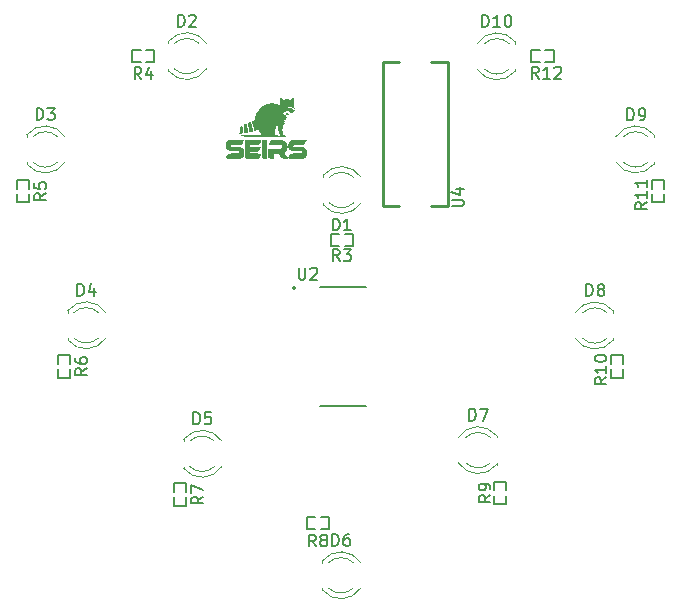
<source format=gbr>
%TF.GenerationSoftware,KiCad,Pcbnew,8.0.7-8.0.7-0~ubuntu24.04.1*%
%TF.CreationDate,2025-01-10T15:07:05-06:00*%
%TF.ProjectId,HeartLEDChaser_PCB,48656172-744c-4454-9443-68617365725f,rev?*%
%TF.SameCoordinates,Original*%
%TF.FileFunction,Legend,Top*%
%TF.FilePolarity,Positive*%
%FSLAX46Y46*%
G04 Gerber Fmt 4.6, Leading zero omitted, Abs format (unit mm)*
G04 Created by KiCad (PCBNEW 8.0.7-8.0.7-0~ubuntu24.04.1) date 2025-01-10 15:07:05*
%MOMM*%
%LPD*%
G01*
G04 APERTURE LIST*
%ADD10C,0.150000*%
%ADD11C,0.000000*%
%ADD12C,0.120000*%
%ADD13C,0.127000*%
%ADD14C,0.200000*%
%ADD15C,0.250000*%
G04 APERTURE END LIST*
D10*
X155864819Y-88622857D02*
X155388628Y-88956190D01*
X155864819Y-89194285D02*
X154864819Y-89194285D01*
X154864819Y-89194285D02*
X154864819Y-88813333D01*
X154864819Y-88813333D02*
X154912438Y-88718095D01*
X154912438Y-88718095D02*
X154960057Y-88670476D01*
X154960057Y-88670476D02*
X155055295Y-88622857D01*
X155055295Y-88622857D02*
X155198152Y-88622857D01*
X155198152Y-88622857D02*
X155293390Y-88670476D01*
X155293390Y-88670476D02*
X155341009Y-88718095D01*
X155341009Y-88718095D02*
X155388628Y-88813333D01*
X155388628Y-88813333D02*
X155388628Y-89194285D01*
X155864819Y-87670476D02*
X155864819Y-88241904D01*
X155864819Y-87956190D02*
X154864819Y-87956190D01*
X154864819Y-87956190D02*
X155007676Y-88051428D01*
X155007676Y-88051428D02*
X155102914Y-88146666D01*
X155102914Y-88146666D02*
X155150533Y-88241904D01*
X155864819Y-86718095D02*
X155864819Y-87289523D01*
X155864819Y-87003809D02*
X154864819Y-87003809D01*
X154864819Y-87003809D02*
X155007676Y-87099047D01*
X155007676Y-87099047D02*
X155102914Y-87194285D01*
X155102914Y-87194285D02*
X155150533Y-87289523D01*
X104191905Y-81634819D02*
X104191905Y-80634819D01*
X104191905Y-80634819D02*
X104430000Y-80634819D01*
X104430000Y-80634819D02*
X104572857Y-80682438D01*
X104572857Y-80682438D02*
X104668095Y-80777676D01*
X104668095Y-80777676D02*
X104715714Y-80872914D01*
X104715714Y-80872914D02*
X104763333Y-81063390D01*
X104763333Y-81063390D02*
X104763333Y-81206247D01*
X104763333Y-81206247D02*
X104715714Y-81396723D01*
X104715714Y-81396723D02*
X104668095Y-81491961D01*
X104668095Y-81491961D02*
X104572857Y-81587200D01*
X104572857Y-81587200D02*
X104430000Y-81634819D01*
X104430000Y-81634819D02*
X104191905Y-81634819D01*
X105096667Y-80634819D02*
X105715714Y-80634819D01*
X105715714Y-80634819D02*
X105382381Y-81015771D01*
X105382381Y-81015771D02*
X105525238Y-81015771D01*
X105525238Y-81015771D02*
X105620476Y-81063390D01*
X105620476Y-81063390D02*
X105668095Y-81111009D01*
X105668095Y-81111009D02*
X105715714Y-81206247D01*
X105715714Y-81206247D02*
X105715714Y-81444342D01*
X105715714Y-81444342D02*
X105668095Y-81539580D01*
X105668095Y-81539580D02*
X105620476Y-81587200D01*
X105620476Y-81587200D02*
X105525238Y-81634819D01*
X105525238Y-81634819D02*
X105239524Y-81634819D01*
X105239524Y-81634819D02*
X105144286Y-81587200D01*
X105144286Y-81587200D02*
X105096667Y-81539580D01*
X142624819Y-113396666D02*
X142148628Y-113729999D01*
X142624819Y-113968094D02*
X141624819Y-113968094D01*
X141624819Y-113968094D02*
X141624819Y-113587142D01*
X141624819Y-113587142D02*
X141672438Y-113491904D01*
X141672438Y-113491904D02*
X141720057Y-113444285D01*
X141720057Y-113444285D02*
X141815295Y-113396666D01*
X141815295Y-113396666D02*
X141958152Y-113396666D01*
X141958152Y-113396666D02*
X142053390Y-113444285D01*
X142053390Y-113444285D02*
X142101009Y-113491904D01*
X142101009Y-113491904D02*
X142148628Y-113587142D01*
X142148628Y-113587142D02*
X142148628Y-113968094D01*
X142624819Y-112920475D02*
X142624819Y-112729999D01*
X142624819Y-112729999D02*
X142577200Y-112634761D01*
X142577200Y-112634761D02*
X142529580Y-112587142D01*
X142529580Y-112587142D02*
X142386723Y-112491904D01*
X142386723Y-112491904D02*
X142196247Y-112444285D01*
X142196247Y-112444285D02*
X141815295Y-112444285D01*
X141815295Y-112444285D02*
X141720057Y-112491904D01*
X141720057Y-112491904D02*
X141672438Y-112539523D01*
X141672438Y-112539523D02*
X141624819Y-112634761D01*
X141624819Y-112634761D02*
X141624819Y-112825237D01*
X141624819Y-112825237D02*
X141672438Y-112920475D01*
X141672438Y-112920475D02*
X141720057Y-112968094D01*
X141720057Y-112968094D02*
X141815295Y-113015713D01*
X141815295Y-113015713D02*
X142053390Y-113015713D01*
X142053390Y-113015713D02*
X142148628Y-112968094D01*
X142148628Y-112968094D02*
X142196247Y-112920475D01*
X142196247Y-112920475D02*
X142243866Y-112825237D01*
X142243866Y-112825237D02*
X142243866Y-112634761D01*
X142243866Y-112634761D02*
X142196247Y-112539523D01*
X142196247Y-112539523D02*
X142148628Y-112491904D01*
X142148628Y-112491904D02*
X142053390Y-112444285D01*
X154211905Y-81664819D02*
X154211905Y-80664819D01*
X154211905Y-80664819D02*
X154450000Y-80664819D01*
X154450000Y-80664819D02*
X154592857Y-80712438D01*
X154592857Y-80712438D02*
X154688095Y-80807676D01*
X154688095Y-80807676D02*
X154735714Y-80902914D01*
X154735714Y-80902914D02*
X154783333Y-81093390D01*
X154783333Y-81093390D02*
X154783333Y-81236247D01*
X154783333Y-81236247D02*
X154735714Y-81426723D01*
X154735714Y-81426723D02*
X154688095Y-81521961D01*
X154688095Y-81521961D02*
X154592857Y-81617200D01*
X154592857Y-81617200D02*
X154450000Y-81664819D01*
X154450000Y-81664819D02*
X154211905Y-81664819D01*
X155259524Y-81664819D02*
X155450000Y-81664819D01*
X155450000Y-81664819D02*
X155545238Y-81617200D01*
X155545238Y-81617200D02*
X155592857Y-81569580D01*
X155592857Y-81569580D02*
X155688095Y-81426723D01*
X155688095Y-81426723D02*
X155735714Y-81236247D01*
X155735714Y-81236247D02*
X155735714Y-80855295D01*
X155735714Y-80855295D02*
X155688095Y-80760057D01*
X155688095Y-80760057D02*
X155640476Y-80712438D01*
X155640476Y-80712438D02*
X155545238Y-80664819D01*
X155545238Y-80664819D02*
X155354762Y-80664819D01*
X155354762Y-80664819D02*
X155259524Y-80712438D01*
X155259524Y-80712438D02*
X155211905Y-80760057D01*
X155211905Y-80760057D02*
X155164286Y-80855295D01*
X155164286Y-80855295D02*
X155164286Y-81093390D01*
X155164286Y-81093390D02*
X155211905Y-81188628D01*
X155211905Y-81188628D02*
X155259524Y-81236247D01*
X155259524Y-81236247D02*
X155354762Y-81283866D01*
X155354762Y-81283866D02*
X155545238Y-81283866D01*
X155545238Y-81283866D02*
X155640476Y-81236247D01*
X155640476Y-81236247D02*
X155688095Y-81188628D01*
X155688095Y-81188628D02*
X155735714Y-81093390D01*
X150741905Y-96544819D02*
X150741905Y-95544819D01*
X150741905Y-95544819D02*
X150980000Y-95544819D01*
X150980000Y-95544819D02*
X151122857Y-95592438D01*
X151122857Y-95592438D02*
X151218095Y-95687676D01*
X151218095Y-95687676D02*
X151265714Y-95782914D01*
X151265714Y-95782914D02*
X151313333Y-95973390D01*
X151313333Y-95973390D02*
X151313333Y-96116247D01*
X151313333Y-96116247D02*
X151265714Y-96306723D01*
X151265714Y-96306723D02*
X151218095Y-96401961D01*
X151218095Y-96401961D02*
X151122857Y-96497200D01*
X151122857Y-96497200D02*
X150980000Y-96544819D01*
X150980000Y-96544819D02*
X150741905Y-96544819D01*
X151884762Y-95973390D02*
X151789524Y-95925771D01*
X151789524Y-95925771D02*
X151741905Y-95878152D01*
X151741905Y-95878152D02*
X151694286Y-95782914D01*
X151694286Y-95782914D02*
X151694286Y-95735295D01*
X151694286Y-95735295D02*
X151741905Y-95640057D01*
X151741905Y-95640057D02*
X151789524Y-95592438D01*
X151789524Y-95592438D02*
X151884762Y-95544819D01*
X151884762Y-95544819D02*
X152075238Y-95544819D01*
X152075238Y-95544819D02*
X152170476Y-95592438D01*
X152170476Y-95592438D02*
X152218095Y-95640057D01*
X152218095Y-95640057D02*
X152265714Y-95735295D01*
X152265714Y-95735295D02*
X152265714Y-95782914D01*
X152265714Y-95782914D02*
X152218095Y-95878152D01*
X152218095Y-95878152D02*
X152170476Y-95925771D01*
X152170476Y-95925771D02*
X152075238Y-95973390D01*
X152075238Y-95973390D02*
X151884762Y-95973390D01*
X151884762Y-95973390D02*
X151789524Y-96021009D01*
X151789524Y-96021009D02*
X151741905Y-96068628D01*
X151741905Y-96068628D02*
X151694286Y-96163866D01*
X151694286Y-96163866D02*
X151694286Y-96354342D01*
X151694286Y-96354342D02*
X151741905Y-96449580D01*
X151741905Y-96449580D02*
X151789524Y-96497200D01*
X151789524Y-96497200D02*
X151884762Y-96544819D01*
X151884762Y-96544819D02*
X152075238Y-96544819D01*
X152075238Y-96544819D02*
X152170476Y-96497200D01*
X152170476Y-96497200D02*
X152218095Y-96449580D01*
X152218095Y-96449580D02*
X152265714Y-96354342D01*
X152265714Y-96354342D02*
X152265714Y-96163866D01*
X152265714Y-96163866D02*
X152218095Y-96068628D01*
X152218095Y-96068628D02*
X152170476Y-96021009D01*
X152170476Y-96021009D02*
X152075238Y-95973390D01*
X116171905Y-73734819D02*
X116171905Y-72734819D01*
X116171905Y-72734819D02*
X116410000Y-72734819D01*
X116410000Y-72734819D02*
X116552857Y-72782438D01*
X116552857Y-72782438D02*
X116648095Y-72877676D01*
X116648095Y-72877676D02*
X116695714Y-72972914D01*
X116695714Y-72972914D02*
X116743333Y-73163390D01*
X116743333Y-73163390D02*
X116743333Y-73306247D01*
X116743333Y-73306247D02*
X116695714Y-73496723D01*
X116695714Y-73496723D02*
X116648095Y-73591961D01*
X116648095Y-73591961D02*
X116552857Y-73687200D01*
X116552857Y-73687200D02*
X116410000Y-73734819D01*
X116410000Y-73734819D02*
X116171905Y-73734819D01*
X117124286Y-72830057D02*
X117171905Y-72782438D01*
X117171905Y-72782438D02*
X117267143Y-72734819D01*
X117267143Y-72734819D02*
X117505238Y-72734819D01*
X117505238Y-72734819D02*
X117600476Y-72782438D01*
X117600476Y-72782438D02*
X117648095Y-72830057D01*
X117648095Y-72830057D02*
X117695714Y-72925295D01*
X117695714Y-72925295D02*
X117695714Y-73020533D01*
X117695714Y-73020533D02*
X117648095Y-73163390D01*
X117648095Y-73163390D02*
X117076667Y-73734819D01*
X117076667Y-73734819D02*
X117695714Y-73734819D01*
X107651905Y-96524819D02*
X107651905Y-95524819D01*
X107651905Y-95524819D02*
X107890000Y-95524819D01*
X107890000Y-95524819D02*
X108032857Y-95572438D01*
X108032857Y-95572438D02*
X108128095Y-95667676D01*
X108128095Y-95667676D02*
X108175714Y-95762914D01*
X108175714Y-95762914D02*
X108223333Y-95953390D01*
X108223333Y-95953390D02*
X108223333Y-96096247D01*
X108223333Y-96096247D02*
X108175714Y-96286723D01*
X108175714Y-96286723D02*
X108128095Y-96381961D01*
X108128095Y-96381961D02*
X108032857Y-96477200D01*
X108032857Y-96477200D02*
X107890000Y-96524819D01*
X107890000Y-96524819D02*
X107651905Y-96524819D01*
X109080476Y-95858152D02*
X109080476Y-96524819D01*
X108842381Y-95477200D02*
X108604286Y-96191485D01*
X108604286Y-96191485D02*
X109223333Y-96191485D01*
X105004819Y-87856666D02*
X104528628Y-88189999D01*
X105004819Y-88428094D02*
X104004819Y-88428094D01*
X104004819Y-88428094D02*
X104004819Y-88047142D01*
X104004819Y-88047142D02*
X104052438Y-87951904D01*
X104052438Y-87951904D02*
X104100057Y-87904285D01*
X104100057Y-87904285D02*
X104195295Y-87856666D01*
X104195295Y-87856666D02*
X104338152Y-87856666D01*
X104338152Y-87856666D02*
X104433390Y-87904285D01*
X104433390Y-87904285D02*
X104481009Y-87951904D01*
X104481009Y-87951904D02*
X104528628Y-88047142D01*
X104528628Y-88047142D02*
X104528628Y-88428094D01*
X104004819Y-86951904D02*
X104004819Y-87428094D01*
X104004819Y-87428094D02*
X104481009Y-87475713D01*
X104481009Y-87475713D02*
X104433390Y-87428094D01*
X104433390Y-87428094D02*
X104385771Y-87332856D01*
X104385771Y-87332856D02*
X104385771Y-87094761D01*
X104385771Y-87094761D02*
X104433390Y-86999523D01*
X104433390Y-86999523D02*
X104481009Y-86951904D01*
X104481009Y-86951904D02*
X104576247Y-86904285D01*
X104576247Y-86904285D02*
X104814342Y-86904285D01*
X104814342Y-86904285D02*
X104909580Y-86951904D01*
X104909580Y-86951904D02*
X104957200Y-86999523D01*
X104957200Y-86999523D02*
X105004819Y-87094761D01*
X105004819Y-87094761D02*
X105004819Y-87332856D01*
X105004819Y-87332856D02*
X104957200Y-87428094D01*
X104957200Y-87428094D02*
X104909580Y-87475713D01*
X126388095Y-94154819D02*
X126388095Y-94964342D01*
X126388095Y-94964342D02*
X126435714Y-95059580D01*
X126435714Y-95059580D02*
X126483333Y-95107200D01*
X126483333Y-95107200D02*
X126578571Y-95154819D01*
X126578571Y-95154819D02*
X126769047Y-95154819D01*
X126769047Y-95154819D02*
X126864285Y-95107200D01*
X126864285Y-95107200D02*
X126911904Y-95059580D01*
X126911904Y-95059580D02*
X126959523Y-94964342D01*
X126959523Y-94964342D02*
X126959523Y-94154819D01*
X127388095Y-94250057D02*
X127435714Y-94202438D01*
X127435714Y-94202438D02*
X127530952Y-94154819D01*
X127530952Y-94154819D02*
X127769047Y-94154819D01*
X127769047Y-94154819D02*
X127864285Y-94202438D01*
X127864285Y-94202438D02*
X127911904Y-94250057D01*
X127911904Y-94250057D02*
X127959523Y-94345295D01*
X127959523Y-94345295D02*
X127959523Y-94440533D01*
X127959523Y-94440533D02*
X127911904Y-94583390D01*
X127911904Y-94583390D02*
X127340476Y-95154819D01*
X127340476Y-95154819D02*
X127959523Y-95154819D01*
X108454819Y-102676666D02*
X107978628Y-103009999D01*
X108454819Y-103248094D02*
X107454819Y-103248094D01*
X107454819Y-103248094D02*
X107454819Y-102867142D01*
X107454819Y-102867142D02*
X107502438Y-102771904D01*
X107502438Y-102771904D02*
X107550057Y-102724285D01*
X107550057Y-102724285D02*
X107645295Y-102676666D01*
X107645295Y-102676666D02*
X107788152Y-102676666D01*
X107788152Y-102676666D02*
X107883390Y-102724285D01*
X107883390Y-102724285D02*
X107931009Y-102771904D01*
X107931009Y-102771904D02*
X107978628Y-102867142D01*
X107978628Y-102867142D02*
X107978628Y-103248094D01*
X107454819Y-101819523D02*
X107454819Y-102009999D01*
X107454819Y-102009999D02*
X107502438Y-102105237D01*
X107502438Y-102105237D02*
X107550057Y-102152856D01*
X107550057Y-102152856D02*
X107692914Y-102248094D01*
X107692914Y-102248094D02*
X107883390Y-102295713D01*
X107883390Y-102295713D02*
X108264342Y-102295713D01*
X108264342Y-102295713D02*
X108359580Y-102248094D01*
X108359580Y-102248094D02*
X108407200Y-102200475D01*
X108407200Y-102200475D02*
X108454819Y-102105237D01*
X108454819Y-102105237D02*
X108454819Y-101914761D01*
X108454819Y-101914761D02*
X108407200Y-101819523D01*
X108407200Y-101819523D02*
X108359580Y-101771904D01*
X108359580Y-101771904D02*
X108264342Y-101724285D01*
X108264342Y-101724285D02*
X108026247Y-101724285D01*
X108026247Y-101724285D02*
X107931009Y-101771904D01*
X107931009Y-101771904D02*
X107883390Y-101819523D01*
X107883390Y-101819523D02*
X107835771Y-101914761D01*
X107835771Y-101914761D02*
X107835771Y-102105237D01*
X107835771Y-102105237D02*
X107883390Y-102200475D01*
X107883390Y-102200475D02*
X107931009Y-102248094D01*
X107931009Y-102248094D02*
X108026247Y-102295713D01*
X139344819Y-88961904D02*
X140154342Y-88961904D01*
X140154342Y-88961904D02*
X140249580Y-88914285D01*
X140249580Y-88914285D02*
X140297200Y-88866666D01*
X140297200Y-88866666D02*
X140344819Y-88771428D01*
X140344819Y-88771428D02*
X140344819Y-88580952D01*
X140344819Y-88580952D02*
X140297200Y-88485714D01*
X140297200Y-88485714D02*
X140249580Y-88438095D01*
X140249580Y-88438095D02*
X140154342Y-88390476D01*
X140154342Y-88390476D02*
X139344819Y-88390476D01*
X139678152Y-87485714D02*
X140344819Y-87485714D01*
X139297200Y-87723809D02*
X140011485Y-87961904D01*
X140011485Y-87961904D02*
X140011485Y-87342857D01*
X140831905Y-107094819D02*
X140831905Y-106094819D01*
X140831905Y-106094819D02*
X141070000Y-106094819D01*
X141070000Y-106094819D02*
X141212857Y-106142438D01*
X141212857Y-106142438D02*
X141308095Y-106237676D01*
X141308095Y-106237676D02*
X141355714Y-106332914D01*
X141355714Y-106332914D02*
X141403333Y-106523390D01*
X141403333Y-106523390D02*
X141403333Y-106666247D01*
X141403333Y-106666247D02*
X141355714Y-106856723D01*
X141355714Y-106856723D02*
X141308095Y-106951961D01*
X141308095Y-106951961D02*
X141212857Y-107047200D01*
X141212857Y-107047200D02*
X141070000Y-107094819D01*
X141070000Y-107094819D02*
X140831905Y-107094819D01*
X141736667Y-106094819D02*
X142403333Y-106094819D01*
X142403333Y-106094819D02*
X141974762Y-107094819D01*
X118304819Y-113526666D02*
X117828628Y-113859999D01*
X118304819Y-114098094D02*
X117304819Y-114098094D01*
X117304819Y-114098094D02*
X117304819Y-113717142D01*
X117304819Y-113717142D02*
X117352438Y-113621904D01*
X117352438Y-113621904D02*
X117400057Y-113574285D01*
X117400057Y-113574285D02*
X117495295Y-113526666D01*
X117495295Y-113526666D02*
X117638152Y-113526666D01*
X117638152Y-113526666D02*
X117733390Y-113574285D01*
X117733390Y-113574285D02*
X117781009Y-113621904D01*
X117781009Y-113621904D02*
X117828628Y-113717142D01*
X117828628Y-113717142D02*
X117828628Y-114098094D01*
X117304819Y-113193332D02*
X117304819Y-112526666D01*
X117304819Y-112526666D02*
X118304819Y-112955237D01*
X141925714Y-73754819D02*
X141925714Y-72754819D01*
X141925714Y-72754819D02*
X142163809Y-72754819D01*
X142163809Y-72754819D02*
X142306666Y-72802438D01*
X142306666Y-72802438D02*
X142401904Y-72897676D01*
X142401904Y-72897676D02*
X142449523Y-72992914D01*
X142449523Y-72992914D02*
X142497142Y-73183390D01*
X142497142Y-73183390D02*
X142497142Y-73326247D01*
X142497142Y-73326247D02*
X142449523Y-73516723D01*
X142449523Y-73516723D02*
X142401904Y-73611961D01*
X142401904Y-73611961D02*
X142306666Y-73707200D01*
X142306666Y-73707200D02*
X142163809Y-73754819D01*
X142163809Y-73754819D02*
X141925714Y-73754819D01*
X143449523Y-73754819D02*
X142878095Y-73754819D01*
X143163809Y-73754819D02*
X143163809Y-72754819D01*
X143163809Y-72754819D02*
X143068571Y-72897676D01*
X143068571Y-72897676D02*
X142973333Y-72992914D01*
X142973333Y-72992914D02*
X142878095Y-73040533D01*
X144068571Y-72754819D02*
X144163809Y-72754819D01*
X144163809Y-72754819D02*
X144259047Y-72802438D01*
X144259047Y-72802438D02*
X144306666Y-72850057D01*
X144306666Y-72850057D02*
X144354285Y-72945295D01*
X144354285Y-72945295D02*
X144401904Y-73135771D01*
X144401904Y-73135771D02*
X144401904Y-73373866D01*
X144401904Y-73373866D02*
X144354285Y-73564342D01*
X144354285Y-73564342D02*
X144306666Y-73659580D01*
X144306666Y-73659580D02*
X144259047Y-73707200D01*
X144259047Y-73707200D02*
X144163809Y-73754819D01*
X144163809Y-73754819D02*
X144068571Y-73754819D01*
X144068571Y-73754819D02*
X143973333Y-73707200D01*
X143973333Y-73707200D02*
X143925714Y-73659580D01*
X143925714Y-73659580D02*
X143878095Y-73564342D01*
X143878095Y-73564342D02*
X143830476Y-73373866D01*
X143830476Y-73373866D02*
X143830476Y-73135771D01*
X143830476Y-73135771D02*
X143878095Y-72945295D01*
X143878095Y-72945295D02*
X143925714Y-72850057D01*
X143925714Y-72850057D02*
X143973333Y-72802438D01*
X143973333Y-72802438D02*
X144068571Y-72754819D01*
X113063333Y-78194819D02*
X112730000Y-77718628D01*
X112491905Y-78194819D02*
X112491905Y-77194819D01*
X112491905Y-77194819D02*
X112872857Y-77194819D01*
X112872857Y-77194819D02*
X112968095Y-77242438D01*
X112968095Y-77242438D02*
X113015714Y-77290057D01*
X113015714Y-77290057D02*
X113063333Y-77385295D01*
X113063333Y-77385295D02*
X113063333Y-77528152D01*
X113063333Y-77528152D02*
X113015714Y-77623390D01*
X113015714Y-77623390D02*
X112968095Y-77671009D01*
X112968095Y-77671009D02*
X112872857Y-77718628D01*
X112872857Y-77718628D02*
X112491905Y-77718628D01*
X113920476Y-77528152D02*
X113920476Y-78194819D01*
X113682381Y-77147200D02*
X113444286Y-77861485D01*
X113444286Y-77861485D02*
X114063333Y-77861485D01*
X117471905Y-107404819D02*
X117471905Y-106404819D01*
X117471905Y-106404819D02*
X117710000Y-106404819D01*
X117710000Y-106404819D02*
X117852857Y-106452438D01*
X117852857Y-106452438D02*
X117948095Y-106547676D01*
X117948095Y-106547676D02*
X117995714Y-106642914D01*
X117995714Y-106642914D02*
X118043333Y-106833390D01*
X118043333Y-106833390D02*
X118043333Y-106976247D01*
X118043333Y-106976247D02*
X117995714Y-107166723D01*
X117995714Y-107166723D02*
X117948095Y-107261961D01*
X117948095Y-107261961D02*
X117852857Y-107357200D01*
X117852857Y-107357200D02*
X117710000Y-107404819D01*
X117710000Y-107404819D02*
X117471905Y-107404819D01*
X118948095Y-106404819D02*
X118471905Y-106404819D01*
X118471905Y-106404819D02*
X118424286Y-106881009D01*
X118424286Y-106881009D02*
X118471905Y-106833390D01*
X118471905Y-106833390D02*
X118567143Y-106785771D01*
X118567143Y-106785771D02*
X118805238Y-106785771D01*
X118805238Y-106785771D02*
X118900476Y-106833390D01*
X118900476Y-106833390D02*
X118948095Y-106881009D01*
X118948095Y-106881009D02*
X118995714Y-106976247D01*
X118995714Y-106976247D02*
X118995714Y-107214342D01*
X118995714Y-107214342D02*
X118948095Y-107309580D01*
X118948095Y-107309580D02*
X118900476Y-107357200D01*
X118900476Y-107357200D02*
X118805238Y-107404819D01*
X118805238Y-107404819D02*
X118567143Y-107404819D01*
X118567143Y-107404819D02*
X118471905Y-107357200D01*
X118471905Y-107357200D02*
X118424286Y-107309580D01*
X146707142Y-78144819D02*
X146373809Y-77668628D01*
X146135714Y-78144819D02*
X146135714Y-77144819D01*
X146135714Y-77144819D02*
X146516666Y-77144819D01*
X146516666Y-77144819D02*
X146611904Y-77192438D01*
X146611904Y-77192438D02*
X146659523Y-77240057D01*
X146659523Y-77240057D02*
X146707142Y-77335295D01*
X146707142Y-77335295D02*
X146707142Y-77478152D01*
X146707142Y-77478152D02*
X146659523Y-77573390D01*
X146659523Y-77573390D02*
X146611904Y-77621009D01*
X146611904Y-77621009D02*
X146516666Y-77668628D01*
X146516666Y-77668628D02*
X146135714Y-77668628D01*
X147659523Y-78144819D02*
X147088095Y-78144819D01*
X147373809Y-78144819D02*
X147373809Y-77144819D01*
X147373809Y-77144819D02*
X147278571Y-77287676D01*
X147278571Y-77287676D02*
X147183333Y-77382914D01*
X147183333Y-77382914D02*
X147088095Y-77430533D01*
X148040476Y-77240057D02*
X148088095Y-77192438D01*
X148088095Y-77192438D02*
X148183333Y-77144819D01*
X148183333Y-77144819D02*
X148421428Y-77144819D01*
X148421428Y-77144819D02*
X148516666Y-77192438D01*
X148516666Y-77192438D02*
X148564285Y-77240057D01*
X148564285Y-77240057D02*
X148611904Y-77335295D01*
X148611904Y-77335295D02*
X148611904Y-77430533D01*
X148611904Y-77430533D02*
X148564285Y-77573390D01*
X148564285Y-77573390D02*
X147992857Y-78144819D01*
X147992857Y-78144819D02*
X148611904Y-78144819D01*
X152444819Y-103442857D02*
X151968628Y-103776190D01*
X152444819Y-104014285D02*
X151444819Y-104014285D01*
X151444819Y-104014285D02*
X151444819Y-103633333D01*
X151444819Y-103633333D02*
X151492438Y-103538095D01*
X151492438Y-103538095D02*
X151540057Y-103490476D01*
X151540057Y-103490476D02*
X151635295Y-103442857D01*
X151635295Y-103442857D02*
X151778152Y-103442857D01*
X151778152Y-103442857D02*
X151873390Y-103490476D01*
X151873390Y-103490476D02*
X151921009Y-103538095D01*
X151921009Y-103538095D02*
X151968628Y-103633333D01*
X151968628Y-103633333D02*
X151968628Y-104014285D01*
X152444819Y-102490476D02*
X152444819Y-103061904D01*
X152444819Y-102776190D02*
X151444819Y-102776190D01*
X151444819Y-102776190D02*
X151587676Y-102871428D01*
X151587676Y-102871428D02*
X151682914Y-102966666D01*
X151682914Y-102966666D02*
X151730533Y-103061904D01*
X151444819Y-101871428D02*
X151444819Y-101776190D01*
X151444819Y-101776190D02*
X151492438Y-101680952D01*
X151492438Y-101680952D02*
X151540057Y-101633333D01*
X151540057Y-101633333D02*
X151635295Y-101585714D01*
X151635295Y-101585714D02*
X151825771Y-101538095D01*
X151825771Y-101538095D02*
X152063866Y-101538095D01*
X152063866Y-101538095D02*
X152254342Y-101585714D01*
X152254342Y-101585714D02*
X152349580Y-101633333D01*
X152349580Y-101633333D02*
X152397200Y-101680952D01*
X152397200Y-101680952D02*
X152444819Y-101776190D01*
X152444819Y-101776190D02*
X152444819Y-101871428D01*
X152444819Y-101871428D02*
X152397200Y-101966666D01*
X152397200Y-101966666D02*
X152349580Y-102014285D01*
X152349580Y-102014285D02*
X152254342Y-102061904D01*
X152254342Y-102061904D02*
X152063866Y-102109523D01*
X152063866Y-102109523D02*
X151825771Y-102109523D01*
X151825771Y-102109523D02*
X151635295Y-102061904D01*
X151635295Y-102061904D02*
X151540057Y-102014285D01*
X151540057Y-102014285D02*
X151492438Y-101966666D01*
X151492438Y-101966666D02*
X151444819Y-101871428D01*
X129226905Y-117694819D02*
X129226905Y-116694819D01*
X129226905Y-116694819D02*
X129465000Y-116694819D01*
X129465000Y-116694819D02*
X129607857Y-116742438D01*
X129607857Y-116742438D02*
X129703095Y-116837676D01*
X129703095Y-116837676D02*
X129750714Y-116932914D01*
X129750714Y-116932914D02*
X129798333Y-117123390D01*
X129798333Y-117123390D02*
X129798333Y-117266247D01*
X129798333Y-117266247D02*
X129750714Y-117456723D01*
X129750714Y-117456723D02*
X129703095Y-117551961D01*
X129703095Y-117551961D02*
X129607857Y-117647200D01*
X129607857Y-117647200D02*
X129465000Y-117694819D01*
X129465000Y-117694819D02*
X129226905Y-117694819D01*
X130655476Y-116694819D02*
X130465000Y-116694819D01*
X130465000Y-116694819D02*
X130369762Y-116742438D01*
X130369762Y-116742438D02*
X130322143Y-116790057D01*
X130322143Y-116790057D02*
X130226905Y-116932914D01*
X130226905Y-116932914D02*
X130179286Y-117123390D01*
X130179286Y-117123390D02*
X130179286Y-117504342D01*
X130179286Y-117504342D02*
X130226905Y-117599580D01*
X130226905Y-117599580D02*
X130274524Y-117647200D01*
X130274524Y-117647200D02*
X130369762Y-117694819D01*
X130369762Y-117694819D02*
X130560238Y-117694819D01*
X130560238Y-117694819D02*
X130655476Y-117647200D01*
X130655476Y-117647200D02*
X130703095Y-117599580D01*
X130703095Y-117599580D02*
X130750714Y-117504342D01*
X130750714Y-117504342D02*
X130750714Y-117266247D01*
X130750714Y-117266247D02*
X130703095Y-117171009D01*
X130703095Y-117171009D02*
X130655476Y-117123390D01*
X130655476Y-117123390D02*
X130560238Y-117075771D01*
X130560238Y-117075771D02*
X130369762Y-117075771D01*
X130369762Y-117075771D02*
X130274524Y-117123390D01*
X130274524Y-117123390D02*
X130226905Y-117171009D01*
X130226905Y-117171009D02*
X130179286Y-117266247D01*
X127844533Y-117749819D02*
X127511200Y-117273628D01*
X127273105Y-117749819D02*
X127273105Y-116749819D01*
X127273105Y-116749819D02*
X127654057Y-116749819D01*
X127654057Y-116749819D02*
X127749295Y-116797438D01*
X127749295Y-116797438D02*
X127796914Y-116845057D01*
X127796914Y-116845057D02*
X127844533Y-116940295D01*
X127844533Y-116940295D02*
X127844533Y-117083152D01*
X127844533Y-117083152D02*
X127796914Y-117178390D01*
X127796914Y-117178390D02*
X127749295Y-117226009D01*
X127749295Y-117226009D02*
X127654057Y-117273628D01*
X127654057Y-117273628D02*
X127273105Y-117273628D01*
X128415962Y-117178390D02*
X128320724Y-117130771D01*
X128320724Y-117130771D02*
X128273105Y-117083152D01*
X128273105Y-117083152D02*
X128225486Y-116987914D01*
X128225486Y-116987914D02*
X128225486Y-116940295D01*
X128225486Y-116940295D02*
X128273105Y-116845057D01*
X128273105Y-116845057D02*
X128320724Y-116797438D01*
X128320724Y-116797438D02*
X128415962Y-116749819D01*
X128415962Y-116749819D02*
X128606438Y-116749819D01*
X128606438Y-116749819D02*
X128701676Y-116797438D01*
X128701676Y-116797438D02*
X128749295Y-116845057D01*
X128749295Y-116845057D02*
X128796914Y-116940295D01*
X128796914Y-116940295D02*
X128796914Y-116987914D01*
X128796914Y-116987914D02*
X128749295Y-117083152D01*
X128749295Y-117083152D02*
X128701676Y-117130771D01*
X128701676Y-117130771D02*
X128606438Y-117178390D01*
X128606438Y-117178390D02*
X128415962Y-117178390D01*
X128415962Y-117178390D02*
X128320724Y-117226009D01*
X128320724Y-117226009D02*
X128273105Y-117273628D01*
X128273105Y-117273628D02*
X128225486Y-117368866D01*
X128225486Y-117368866D02*
X128225486Y-117559342D01*
X128225486Y-117559342D02*
X128273105Y-117654580D01*
X128273105Y-117654580D02*
X128320724Y-117702200D01*
X128320724Y-117702200D02*
X128415962Y-117749819D01*
X128415962Y-117749819D02*
X128606438Y-117749819D01*
X128606438Y-117749819D02*
X128701676Y-117702200D01*
X128701676Y-117702200D02*
X128749295Y-117654580D01*
X128749295Y-117654580D02*
X128796914Y-117559342D01*
X128796914Y-117559342D02*
X128796914Y-117368866D01*
X128796914Y-117368866D02*
X128749295Y-117273628D01*
X128749295Y-117273628D02*
X128701676Y-117226009D01*
X128701676Y-117226009D02*
X128606438Y-117178390D01*
X129281905Y-90994819D02*
X129281905Y-89994819D01*
X129281905Y-89994819D02*
X129520000Y-89994819D01*
X129520000Y-89994819D02*
X129662857Y-90042438D01*
X129662857Y-90042438D02*
X129758095Y-90137676D01*
X129758095Y-90137676D02*
X129805714Y-90232914D01*
X129805714Y-90232914D02*
X129853333Y-90423390D01*
X129853333Y-90423390D02*
X129853333Y-90566247D01*
X129853333Y-90566247D02*
X129805714Y-90756723D01*
X129805714Y-90756723D02*
X129758095Y-90851961D01*
X129758095Y-90851961D02*
X129662857Y-90947200D01*
X129662857Y-90947200D02*
X129520000Y-90994819D01*
X129520000Y-90994819D02*
X129281905Y-90994819D01*
X130805714Y-90994819D02*
X130234286Y-90994819D01*
X130520000Y-90994819D02*
X130520000Y-89994819D01*
X130520000Y-89994819D02*
X130424762Y-90137676D01*
X130424762Y-90137676D02*
X130329524Y-90232914D01*
X130329524Y-90232914D02*
X130234286Y-90280533D01*
X129853333Y-93594819D02*
X129520000Y-93118628D01*
X129281905Y-93594819D02*
X129281905Y-92594819D01*
X129281905Y-92594819D02*
X129662857Y-92594819D01*
X129662857Y-92594819D02*
X129758095Y-92642438D01*
X129758095Y-92642438D02*
X129805714Y-92690057D01*
X129805714Y-92690057D02*
X129853333Y-92785295D01*
X129853333Y-92785295D02*
X129853333Y-92928152D01*
X129853333Y-92928152D02*
X129805714Y-93023390D01*
X129805714Y-93023390D02*
X129758095Y-93071009D01*
X129758095Y-93071009D02*
X129662857Y-93118628D01*
X129662857Y-93118628D02*
X129281905Y-93118628D01*
X130186667Y-92594819D02*
X130805714Y-92594819D01*
X130805714Y-92594819D02*
X130472381Y-92975771D01*
X130472381Y-92975771D02*
X130615238Y-92975771D01*
X130615238Y-92975771D02*
X130710476Y-93023390D01*
X130710476Y-93023390D02*
X130758095Y-93071009D01*
X130758095Y-93071009D02*
X130805714Y-93166247D01*
X130805714Y-93166247D02*
X130805714Y-93404342D01*
X130805714Y-93404342D02*
X130758095Y-93499580D01*
X130758095Y-93499580D02*
X130710476Y-93547200D01*
X130710476Y-93547200D02*
X130615238Y-93594819D01*
X130615238Y-93594819D02*
X130329524Y-93594819D01*
X130329524Y-93594819D02*
X130234286Y-93547200D01*
X130234286Y-93547200D02*
X130186667Y-93499580D01*
D11*
%TO.C,G\u002A\u002A\u002A*%
G36*
X121244385Y-83334567D02*
G01*
X121284184Y-83334586D01*
X121323334Y-83334617D01*
X121361590Y-83334660D01*
X121398706Y-83334714D01*
X121434440Y-83334780D01*
X121468544Y-83334858D01*
X121500776Y-83334947D01*
X121530891Y-83335049D01*
X121558643Y-83335162D01*
X121583788Y-83335288D01*
X121606082Y-83335425D01*
X121625279Y-83335575D01*
X121641136Y-83335737D01*
X121653407Y-83335911D01*
X121654794Y-83335935D01*
X121720965Y-83337155D01*
X121709311Y-83358150D01*
X121697657Y-83379145D01*
X121729333Y-83380145D01*
X121761009Y-83381145D01*
X121650358Y-83581097D01*
X121539707Y-83781050D01*
X121132267Y-83782065D01*
X121084644Y-83782185D01*
X121040855Y-83782299D01*
X121000733Y-83782410D01*
X120964113Y-83782518D01*
X120930828Y-83782626D01*
X120900713Y-83782735D01*
X120873602Y-83782848D01*
X120849329Y-83782966D01*
X120827729Y-83783090D01*
X120808634Y-83783224D01*
X120791881Y-83783367D01*
X120777302Y-83783523D01*
X120764731Y-83783694D01*
X120754004Y-83783880D01*
X120744954Y-83784083D01*
X120737415Y-83784307D01*
X120731222Y-83784551D01*
X120726208Y-83784819D01*
X120722208Y-83785111D01*
X120719056Y-83785431D01*
X120716586Y-83785779D01*
X120714632Y-83786157D01*
X120713028Y-83786567D01*
X120712829Y-83786625D01*
X120694075Y-83793591D01*
X120678668Y-83802542D01*
X120666349Y-83813738D01*
X120656856Y-83827442D01*
X120649927Y-83843916D01*
X120647642Y-83852033D01*
X120645988Y-83861984D01*
X120645066Y-83874544D01*
X120644859Y-83888435D01*
X120645348Y-83902382D01*
X120646518Y-83915107D01*
X120648351Y-83925333D01*
X120648647Y-83926447D01*
X120650059Y-83931732D01*
X120651254Y-83935485D01*
X120652874Y-83938172D01*
X120655561Y-83940258D01*
X120659955Y-83942208D01*
X120666700Y-83944486D01*
X120676435Y-83947557D01*
X120678837Y-83948320D01*
X120680653Y-83948655D01*
X120684023Y-83948968D01*
X120689096Y-83949260D01*
X120696024Y-83949533D01*
X120704954Y-83949788D01*
X120716036Y-83950027D01*
X120729420Y-83950252D01*
X120745255Y-83950464D01*
X120763690Y-83950664D01*
X120784876Y-83950855D01*
X120808961Y-83951038D01*
X120836094Y-83951214D01*
X120866426Y-83951385D01*
X120900105Y-83951553D01*
X120937281Y-83951718D01*
X120978104Y-83951884D01*
X121022722Y-83952050D01*
X121039752Y-83952111D01*
X121087566Y-83952287D01*
X121131507Y-83952465D01*
X121171703Y-83952646D01*
X121208282Y-83952832D01*
X121241369Y-83953024D01*
X121271091Y-83953223D01*
X121297577Y-83953431D01*
X121320952Y-83953649D01*
X121341344Y-83953877D01*
X121358880Y-83954118D01*
X121373686Y-83954372D01*
X121385890Y-83954641D01*
X121395618Y-83954926D01*
X121402998Y-83955228D01*
X121408157Y-83955549D01*
X121410665Y-83955805D01*
X121426232Y-83958299D01*
X121444048Y-83961766D01*
X121462898Y-83965921D01*
X121481571Y-83970481D01*
X121498854Y-83975164D01*
X121513535Y-83979685D01*
X121515160Y-83980236D01*
X121548581Y-83993570D01*
X121579932Y-84009826D01*
X121608859Y-84028777D01*
X121635009Y-84050194D01*
X121655517Y-84070982D01*
X121661069Y-84077162D01*
X121668413Y-84085242D01*
X121676611Y-84094195D01*
X121684728Y-84102998D01*
X121685110Y-84103411D01*
X121698822Y-84118605D01*
X121710164Y-84132187D01*
X121719820Y-84145125D01*
X121728473Y-84158391D01*
X121736806Y-84172956D01*
X121744466Y-84187716D01*
X121758945Y-84220455D01*
X121770723Y-84255601D01*
X121779823Y-84293273D01*
X121786266Y-84333589D01*
X121790074Y-84376669D01*
X121791267Y-84422631D01*
X121790968Y-84443893D01*
X121788283Y-84495470D01*
X121782939Y-84544062D01*
X121774926Y-84589682D01*
X121764233Y-84632342D01*
X121750849Y-84672055D01*
X121734763Y-84708833D01*
X121715963Y-84742688D01*
X121694440Y-84773633D01*
X121670182Y-84801680D01*
X121643179Y-84826843D01*
X121613419Y-84849132D01*
X121580891Y-84868561D01*
X121545585Y-84885143D01*
X121507490Y-84898889D01*
X121466595Y-84909811D01*
X121422889Y-84917924D01*
X121376361Y-84923238D01*
X121370674Y-84923682D01*
X121365277Y-84923927D01*
X121355903Y-84924158D01*
X121342577Y-84924373D01*
X121325322Y-84924574D01*
X121304161Y-84924759D01*
X121279116Y-84924929D01*
X121250212Y-84925084D01*
X121217471Y-84925223D01*
X121180917Y-84925347D01*
X121140573Y-84925455D01*
X121096462Y-84925547D01*
X121048607Y-84925624D01*
X120997031Y-84925685D01*
X120941758Y-84925730D01*
X120882811Y-84925758D01*
X120820214Y-84925771D01*
X120806117Y-84925772D01*
X120269554Y-84925780D01*
X120274449Y-84917282D01*
X120277951Y-84911128D01*
X120282407Y-84903197D01*
X120286808Y-84895287D01*
X120294273Y-84881790D01*
X120262108Y-84881790D01*
X120251275Y-84881742D01*
X120241998Y-84881607D01*
X120234945Y-84881405D01*
X120230783Y-84881151D01*
X120229943Y-84880963D01*
X120230861Y-84878959D01*
X120233294Y-84874381D01*
X120236764Y-84868126D01*
X120237702Y-84866467D01*
X120245461Y-84852797D01*
X120214708Y-84852246D01*
X120204133Y-84851968D01*
X120195133Y-84851562D01*
X120188389Y-84851072D01*
X120184582Y-84850542D01*
X120183987Y-84850247D01*
X120184948Y-84848340D01*
X120187737Y-84843175D01*
X120192226Y-84834985D01*
X120198285Y-84824000D01*
X120205787Y-84810451D01*
X120214603Y-84794570D01*
X120224605Y-84776586D01*
X120235665Y-84756731D01*
X120247653Y-84735237D01*
X120260443Y-84712333D01*
X120273905Y-84688252D01*
X120285887Y-84666841D01*
X120387754Y-84484884D01*
X120830226Y-84483842D01*
X120879887Y-84483724D01*
X120925709Y-84483612D01*
X120967849Y-84483504D01*
X121006468Y-84483399D01*
X121041723Y-84483295D01*
X121073774Y-84483190D01*
X121102780Y-84483083D01*
X121128900Y-84482972D01*
X121152293Y-84482856D01*
X121173118Y-84482732D01*
X121191533Y-84482600D01*
X121207699Y-84482457D01*
X121221773Y-84482303D01*
X121233915Y-84482134D01*
X121244283Y-84481950D01*
X121253038Y-84481750D01*
X121260337Y-84481531D01*
X121266340Y-84481291D01*
X121271206Y-84481030D01*
X121275093Y-84480745D01*
X121278162Y-84480436D01*
X121280569Y-84480099D01*
X121282476Y-84479734D01*
X121284040Y-84479339D01*
X121284585Y-84479179D01*
X121303278Y-84471832D01*
X121318813Y-84462072D01*
X121331332Y-84449747D01*
X121340975Y-84434705D01*
X121347883Y-84416797D01*
X121349888Y-84408902D01*
X121351178Y-84400368D01*
X121352023Y-84389158D01*
X121352424Y-84376415D01*
X121352380Y-84363277D01*
X121351893Y-84350887D01*
X121350962Y-84340384D01*
X121349854Y-84333919D01*
X121347489Y-84325524D01*
X121344553Y-84316878D01*
X121343221Y-84313496D01*
X121339251Y-84304070D01*
X121006045Y-84303389D01*
X120962689Y-84303302D01*
X120923132Y-84303223D01*
X120887174Y-84303146D01*
X120854615Y-84303066D01*
X120825254Y-84302975D01*
X120798892Y-84302870D01*
X120775329Y-84302743D01*
X120754364Y-84302589D01*
X120735797Y-84302402D01*
X120719429Y-84302177D01*
X120705058Y-84301907D01*
X120692486Y-84301586D01*
X120681512Y-84301210D01*
X120671935Y-84300772D01*
X120663557Y-84300266D01*
X120656176Y-84299686D01*
X120649593Y-84299027D01*
X120643607Y-84298283D01*
X120638019Y-84297448D01*
X120632628Y-84296515D01*
X120627235Y-84295481D01*
X120621638Y-84294337D01*
X120615639Y-84293080D01*
X120609854Y-84291871D01*
X120581130Y-84284626D01*
X120551954Y-84274847D01*
X120523299Y-84262959D01*
X120496140Y-84249388D01*
X120471451Y-84234557D01*
X120459889Y-84226471D01*
X120450089Y-84219415D01*
X120442089Y-84214261D01*
X120434630Y-84210334D01*
X120426452Y-84206961D01*
X120417899Y-84203994D01*
X120404413Y-84199062D01*
X120389569Y-84192833D01*
X120374358Y-84185790D01*
X120359770Y-84178417D01*
X120346796Y-84171198D01*
X120336426Y-84164616D01*
X120334634Y-84163333D01*
X120320779Y-84151514D01*
X120306517Y-84136364D01*
X120292242Y-84118470D01*
X120278350Y-84098419D01*
X120265235Y-84076796D01*
X120253291Y-84054190D01*
X120242914Y-84031187D01*
X120238909Y-84020993D01*
X120227894Y-83987028D01*
X120219093Y-83950302D01*
X120212528Y-83911400D01*
X120208218Y-83870903D01*
X120206184Y-83829395D01*
X120206446Y-83787459D01*
X120209025Y-83745678D01*
X120213940Y-83704635D01*
X120221212Y-83664913D01*
X120225849Y-83645296D01*
X120237976Y-83604895D01*
X120252968Y-83567277D01*
X120270814Y-83532450D01*
X120291506Y-83500427D01*
X120315033Y-83471218D01*
X120341385Y-83444832D01*
X120370554Y-83421282D01*
X120402529Y-83400577D01*
X120437300Y-83382729D01*
X120474857Y-83367747D01*
X120482462Y-83365175D01*
X120502251Y-83359042D01*
X120521819Y-83353804D01*
X120541692Y-83349387D01*
X120562400Y-83345719D01*
X120584470Y-83342730D01*
X120608431Y-83340347D01*
X120634810Y-83338499D01*
X120664135Y-83337112D01*
X120695833Y-83336143D01*
X120705488Y-83335963D01*
X120718896Y-83335793D01*
X120735815Y-83335634D01*
X120755998Y-83335485D01*
X120779202Y-83335348D01*
X120805182Y-83335221D01*
X120833692Y-83335106D01*
X120864489Y-83335001D01*
X120897328Y-83334907D01*
X120931964Y-83334824D01*
X120968152Y-83334753D01*
X121005648Y-83334692D01*
X121044207Y-83334643D01*
X121083585Y-83334605D01*
X121123536Y-83334578D01*
X121163816Y-83334563D01*
X121204180Y-83334559D01*
X121244385Y-83334567D01*
G37*
G36*
X122310535Y-83334317D02*
G01*
X122352346Y-83334326D01*
X122394983Y-83334342D01*
X122438264Y-83334364D01*
X122482007Y-83334394D01*
X122526031Y-83334430D01*
X122570154Y-83334473D01*
X122614193Y-83334521D01*
X122657968Y-83334576D01*
X122701296Y-83334637D01*
X122743997Y-83334703D01*
X122785887Y-83334775D01*
X122826785Y-83334852D01*
X122866510Y-83334934D01*
X122904880Y-83335021D01*
X122941713Y-83335112D01*
X122976827Y-83335208D01*
X123010040Y-83335309D01*
X123041172Y-83335413D01*
X123070039Y-83335521D01*
X123096461Y-83335633D01*
X123120255Y-83335749D01*
X123141240Y-83335868D01*
X123159234Y-83335989D01*
X123174055Y-83336114D01*
X123185522Y-83336242D01*
X123193453Y-83336371D01*
X123197665Y-83336504D01*
X123198331Y-83336577D01*
X123197969Y-83338773D01*
X123195915Y-83343666D01*
X123192512Y-83350514D01*
X123188500Y-83357872D01*
X123184036Y-83365852D01*
X123180409Y-83372514D01*
X123178017Y-83377118D01*
X123177247Y-83378896D01*
X123179135Y-83379317D01*
X123184351Y-83379740D01*
X123192225Y-83380128D01*
X123202086Y-83380446D01*
X123209109Y-83380595D01*
X123240970Y-83381145D01*
X123231199Y-83398140D01*
X123228882Y-83402223D01*
X123224760Y-83409542D01*
X123218978Y-83419838D01*
X123211679Y-83432856D01*
X123203009Y-83448338D01*
X123193110Y-83466027D01*
X123182126Y-83485666D01*
X123170201Y-83506997D01*
X123157479Y-83529764D01*
X123144105Y-83553709D01*
X123130221Y-83578576D01*
X123119048Y-83598593D01*
X123016667Y-83782050D01*
X122655062Y-83782050D01*
X122293456Y-83782050D01*
X122293456Y-83852033D01*
X122293456Y-83922017D01*
X122715356Y-83922017D01*
X122762405Y-83922025D01*
X122807264Y-83922051D01*
X122849813Y-83922093D01*
X122889928Y-83922150D01*
X122927489Y-83922223D01*
X122962374Y-83922310D01*
X122994460Y-83922412D01*
X123023626Y-83922527D01*
X123049750Y-83922656D01*
X123072711Y-83922797D01*
X123092386Y-83922950D01*
X123108654Y-83923115D01*
X123121393Y-83923291D01*
X123130481Y-83923477D01*
X123135796Y-83923673D01*
X123137257Y-83923849D01*
X123136323Y-83926235D01*
X123133791Y-83931301D01*
X123130066Y-83938265D01*
X123126259Y-83945101D01*
X123121857Y-83952932D01*
X123118294Y-83959382D01*
X123115969Y-83963722D01*
X123115262Y-83965213D01*
X123117149Y-83965481D01*
X123122364Y-83965772D01*
X123130235Y-83966060D01*
X123140091Y-83966320D01*
X123147051Y-83966457D01*
X123178840Y-83967006D01*
X123079567Y-84142387D01*
X122980294Y-84317769D01*
X122636875Y-84317846D01*
X122293456Y-84317923D01*
X122293456Y-84400904D01*
X122293456Y-84483884D01*
X122748349Y-84483884D01*
X122790703Y-84483888D01*
X122831992Y-84483901D01*
X122872037Y-84483921D01*
X122910661Y-84483949D01*
X122947686Y-84483984D01*
X122982935Y-84484025D01*
X123016231Y-84484073D01*
X123047396Y-84484127D01*
X123076252Y-84484186D01*
X123102622Y-84484251D01*
X123126328Y-84484320D01*
X123147193Y-84484394D01*
X123165041Y-84484471D01*
X123179692Y-84484553D01*
X123190969Y-84484637D01*
X123198696Y-84484725D01*
X123202694Y-84484815D01*
X123203241Y-84484863D01*
X123202323Y-84486896D01*
X123199833Y-84491672D01*
X123196163Y-84498449D01*
X123192244Y-84505530D01*
X123187852Y-84513504D01*
X123184294Y-84520176D01*
X123181965Y-84524789D01*
X123181246Y-84526546D01*
X123183133Y-84527000D01*
X123188341Y-84527387D01*
X123196192Y-84527678D01*
X123206010Y-84527845D01*
X123212453Y-84527874D01*
X123224246Y-84527904D01*
X123232591Y-84528038D01*
X123238039Y-84528339D01*
X123241139Y-84528873D01*
X123242444Y-84529704D01*
X123242504Y-84530896D01*
X123242346Y-84531373D01*
X123240986Y-84534128D01*
X123237961Y-84539765D01*
X123233596Y-84547694D01*
X123228214Y-84557328D01*
X123222141Y-84568078D01*
X123221126Y-84569864D01*
X123217153Y-84576877D01*
X123211408Y-84587060D01*
X123204072Y-84600093D01*
X123195324Y-84615655D01*
X123185344Y-84633426D01*
X123174312Y-84653084D01*
X123162408Y-84674309D01*
X123149812Y-84696782D01*
X123136704Y-84720180D01*
X123123264Y-84744184D01*
X123111716Y-84764818D01*
X123022213Y-84924780D01*
X122483876Y-84925283D01*
X121945538Y-84925787D01*
X121945538Y-84903788D01*
X121945538Y-84881790D01*
X121924543Y-84881790D01*
X121903548Y-84881790D01*
X121903548Y-84866794D01*
X121903548Y-84851797D01*
X121872555Y-84851797D01*
X121841563Y-84851797D01*
X121841563Y-84094207D01*
X121841563Y-83336617D01*
X121906048Y-83335187D01*
X121913662Y-83335064D01*
X121924829Y-83334951D01*
X121939366Y-83334848D01*
X121957092Y-83334755D01*
X121977824Y-83334671D01*
X122001382Y-83334597D01*
X122027582Y-83334532D01*
X122056244Y-83334476D01*
X122087186Y-83334428D01*
X122120226Y-83334390D01*
X122155182Y-83334359D01*
X122191873Y-83334337D01*
X122230116Y-83334323D01*
X122269731Y-83334316D01*
X122310535Y-83334317D01*
G37*
G36*
X123476107Y-83334279D02*
G01*
X123508640Y-83334450D01*
X123541070Y-83334728D01*
X123572810Y-83335111D01*
X123596648Y-83335483D01*
X123673130Y-83336805D01*
X123673130Y-83358475D01*
X123673130Y-83380145D01*
X123693125Y-83380145D01*
X123713121Y-83380145D01*
X123713121Y-84152962D01*
X123713121Y-84925780D01*
X123540162Y-84925780D01*
X123367202Y-84925780D01*
X123367202Y-84903785D01*
X123367202Y-84881790D01*
X123347207Y-84881790D01*
X123327212Y-84881790D01*
X123327212Y-84866794D01*
X123327212Y-84851797D01*
X123295219Y-84851797D01*
X123263227Y-84851797D01*
X123263227Y-84094296D01*
X123263227Y-83336795D01*
X123311539Y-83335475D01*
X123332391Y-83335011D01*
X123356654Y-83334652D01*
X123383744Y-83334400D01*
X123413073Y-83334253D01*
X123444056Y-83334213D01*
X123476107Y-83334279D01*
G37*
G36*
X124348772Y-83334335D02*
G01*
X124382262Y-83334378D01*
X124416589Y-83334440D01*
X124451508Y-83334521D01*
X124486771Y-83334620D01*
X124522134Y-83334736D01*
X124557350Y-83334868D01*
X124592172Y-83335014D01*
X124626356Y-83335176D01*
X124659654Y-83335350D01*
X124691821Y-83335537D01*
X124722610Y-83335735D01*
X124751776Y-83335944D01*
X124779072Y-83336163D01*
X124804252Y-83336391D01*
X124827070Y-83336626D01*
X124847280Y-83336869D01*
X124864636Y-83337118D01*
X124878893Y-83337372D01*
X124889802Y-83337630D01*
X124897120Y-83337891D01*
X124899840Y-83338064D01*
X124954768Y-83344971D01*
X125007933Y-83355448D01*
X125059304Y-83369488D01*
X125065319Y-83371402D01*
X125106725Y-83386628D01*
X125146136Y-83404834D01*
X125183243Y-83425839D01*
X125217734Y-83449461D01*
X125249299Y-83475517D01*
X125259849Y-83485422D01*
X125269001Y-83494613D01*
X125279815Y-83505950D01*
X125291655Y-83518724D01*
X125303887Y-83532226D01*
X125315876Y-83545749D01*
X125326989Y-83558583D01*
X125336589Y-83570020D01*
X125344043Y-83579353D01*
X125344319Y-83579714D01*
X125367055Y-83612729D01*
X125387054Y-83648576D01*
X125404268Y-83687127D01*
X125418649Y-83728254D01*
X125430150Y-83771830D01*
X125438723Y-83817725D01*
X125441724Y-83840036D01*
X125443459Y-83858011D01*
X125444809Y-83878773D01*
X125445750Y-83901205D01*
X125446256Y-83924191D01*
X125446305Y-83946613D01*
X125445872Y-83967354D01*
X125444932Y-83985297D01*
X125444879Y-83986002D01*
X125439371Y-84036796D01*
X125430812Y-84085170D01*
X125419216Y-84131081D01*
X125404599Y-84174484D01*
X125386976Y-84215336D01*
X125366362Y-84253593D01*
X125342773Y-84289211D01*
X125337002Y-84296928D01*
X125329046Y-84306631D01*
X125318940Y-84317908D01*
X125307624Y-84329794D01*
X125296036Y-84341324D01*
X125285117Y-84351531D01*
X125277751Y-84357883D01*
X125253355Y-84375944D01*
X125226698Y-84392219D01*
X125198974Y-84406047D01*
X125171378Y-84416767D01*
X125171228Y-84416816D01*
X125154683Y-84422259D01*
X125165910Y-84434386D01*
X125176300Y-84445920D01*
X125187398Y-84458867D01*
X125199334Y-84473401D01*
X125212237Y-84489697D01*
X125226234Y-84507930D01*
X125241456Y-84528273D01*
X125258030Y-84550901D01*
X125276086Y-84575989D01*
X125295751Y-84603712D01*
X125317156Y-84634242D01*
X125340429Y-84667756D01*
X125365699Y-84704427D01*
X125371466Y-84712830D01*
X125391524Y-84742077D01*
X125410451Y-84769685D01*
X125428146Y-84795507D01*
X125444509Y-84819394D01*
X125459437Y-84841199D01*
X125472830Y-84860772D01*
X125484585Y-84877966D01*
X125494602Y-84892632D01*
X125502779Y-84904623D01*
X125509016Y-84913791D01*
X125513210Y-84919986D01*
X125515260Y-84923061D01*
X125515398Y-84923280D01*
X125514932Y-84923674D01*
X125512903Y-84924027D01*
X125509129Y-84924341D01*
X125503429Y-84924617D01*
X125495621Y-84924858D01*
X125485522Y-84925066D01*
X125472952Y-84925242D01*
X125457728Y-84925389D01*
X125439669Y-84925508D01*
X125418592Y-84925601D01*
X125394317Y-84925671D01*
X125366660Y-84925720D01*
X125335441Y-84925748D01*
X125300478Y-84925759D01*
X125285367Y-84925759D01*
X125053804Y-84925739D01*
X125040699Y-84904264D01*
X125035181Y-84895326D01*
X125031157Y-84889242D01*
X125028087Y-84885423D01*
X125025431Y-84883282D01*
X125022649Y-84882231D01*
X125020057Y-84881790D01*
X125016087Y-84880968D01*
X125012958Y-84879232D01*
X125009855Y-84875819D01*
X125005962Y-84869967D01*
X125004014Y-84866794D01*
X124995508Y-84852797D01*
X124962215Y-84851797D01*
X124928923Y-84850797D01*
X124827826Y-84684837D01*
X124726729Y-84518876D01*
X124715308Y-84517593D01*
X124711783Y-84517418D01*
X124704535Y-84517245D01*
X124693841Y-84517078D01*
X124679977Y-84516917D01*
X124663220Y-84516765D01*
X124643846Y-84516623D01*
X124622131Y-84516493D01*
X124598353Y-84516378D01*
X124572787Y-84516278D01*
X124545709Y-84516196D01*
X124517397Y-84516134D01*
X124488438Y-84516093D01*
X124272988Y-84515876D01*
X124272988Y-84720828D01*
X124272988Y-84925780D01*
X124100029Y-84925780D01*
X123927070Y-84925780D01*
X123927070Y-84903785D01*
X123927070Y-84881790D01*
X123907075Y-84881790D01*
X123887080Y-84881790D01*
X123887080Y-84866794D01*
X123887080Y-84851797D01*
X123854087Y-84851797D01*
X123821095Y-84851797D01*
X123821095Y-84471917D01*
X123821095Y-84092038D01*
X124325476Y-84091475D01*
X124829857Y-84090913D01*
X124846560Y-84086427D01*
X124868438Y-84079764D01*
X124887244Y-84072181D01*
X124903881Y-84063173D01*
X124919256Y-84052237D01*
X124934271Y-84038871D01*
X124937127Y-84036046D01*
X124945466Y-84027500D01*
X124951639Y-84020584D01*
X124956424Y-84014227D01*
X124960605Y-84007356D01*
X124964962Y-83998902D01*
X124966445Y-83995846D01*
X124973375Y-83980366D01*
X124978248Y-83966530D01*
X124981450Y-83952817D01*
X124983365Y-83937703D01*
X124984121Y-83926016D01*
X124983903Y-83899597D01*
X124980801Y-83874253D01*
X124974959Y-83850449D01*
X124966518Y-83828649D01*
X124955620Y-83809318D01*
X124943925Y-83794517D01*
X124933251Y-83783050D01*
X124430345Y-83782050D01*
X123927439Y-83781050D01*
X123939259Y-83760055D01*
X123951079Y-83739060D01*
X123919079Y-83738511D01*
X123908276Y-83738278D01*
X123899031Y-83737988D01*
X123892012Y-83737670D01*
X123887889Y-83737351D01*
X123887080Y-83737158D01*
X123888012Y-83735174D01*
X123890486Y-83730629D01*
X123894017Y-83724408D01*
X123894998Y-83722711D01*
X123902916Y-83709067D01*
X123870853Y-83708517D01*
X123857458Y-83708176D01*
X123847891Y-83707669D01*
X123841988Y-83706983D01*
X123839580Y-83706103D01*
X123839522Y-83705775D01*
X123840580Y-83703767D01*
X123843468Y-83698502D01*
X123848055Y-83690213D01*
X123854214Y-83679131D01*
X123861814Y-83665486D01*
X123870726Y-83649511D01*
X123880823Y-83631435D01*
X123891973Y-83611491D01*
X123904050Y-83589910D01*
X123916922Y-83566922D01*
X123930462Y-83542760D01*
X123943147Y-83520138D01*
X124046042Y-83336693D01*
X124114071Y-83335187D01*
X124125652Y-83334984D01*
X124140531Y-83334810D01*
X124158462Y-83334663D01*
X124179200Y-83334543D01*
X124202497Y-83334448D01*
X124228109Y-83334379D01*
X124255788Y-83334334D01*
X124285289Y-83334313D01*
X124316366Y-83334313D01*
X124348772Y-83334335D01*
G37*
G36*
X126549132Y-83334567D02*
G01*
X126588931Y-83334586D01*
X126628081Y-83334617D01*
X126666337Y-83334660D01*
X126703453Y-83334714D01*
X126739186Y-83334780D01*
X126773291Y-83334858D01*
X126805523Y-83334947D01*
X126835638Y-83335049D01*
X126863390Y-83335162D01*
X126888535Y-83335288D01*
X126910829Y-83335425D01*
X126930026Y-83335575D01*
X126945883Y-83335737D01*
X126958154Y-83335911D01*
X126959541Y-83335935D01*
X127025712Y-83337155D01*
X127014058Y-83358150D01*
X127002404Y-83379145D01*
X127034080Y-83380145D01*
X127065755Y-83381145D01*
X126955105Y-83581097D01*
X126844454Y-83781050D01*
X126437014Y-83782065D01*
X126389391Y-83782185D01*
X126345602Y-83782299D01*
X126305480Y-83782410D01*
X126268860Y-83782518D01*
X126235575Y-83782626D01*
X126205460Y-83782735D01*
X126178349Y-83782848D01*
X126154076Y-83782966D01*
X126132475Y-83783090D01*
X126113381Y-83783224D01*
X126096627Y-83783367D01*
X126082048Y-83783523D01*
X126069478Y-83783694D01*
X126058751Y-83783880D01*
X126049701Y-83784083D01*
X126042162Y-83784307D01*
X126035969Y-83784551D01*
X126030955Y-83784819D01*
X126026955Y-83785111D01*
X126023803Y-83785431D01*
X126021333Y-83785779D01*
X126019379Y-83786157D01*
X126017775Y-83786567D01*
X126017576Y-83786625D01*
X125998822Y-83793591D01*
X125983415Y-83802542D01*
X125971096Y-83813738D01*
X125961603Y-83827442D01*
X125954674Y-83843916D01*
X125952389Y-83852033D01*
X125950735Y-83861984D01*
X125949813Y-83874544D01*
X125949605Y-83888435D01*
X125950095Y-83902382D01*
X125951265Y-83915107D01*
X125953098Y-83925333D01*
X125953394Y-83926447D01*
X125954806Y-83931732D01*
X125956001Y-83935485D01*
X125957621Y-83938172D01*
X125960308Y-83940258D01*
X125964702Y-83942208D01*
X125971446Y-83944486D01*
X125981182Y-83947557D01*
X125983584Y-83948320D01*
X125985400Y-83948655D01*
X125988769Y-83948968D01*
X125993843Y-83949260D01*
X126000770Y-83949533D01*
X126009701Y-83949788D01*
X126020783Y-83950027D01*
X126034167Y-83950252D01*
X126050002Y-83950464D01*
X126068437Y-83950664D01*
X126089623Y-83950855D01*
X126113708Y-83951038D01*
X126140841Y-83951214D01*
X126171173Y-83951385D01*
X126204852Y-83951553D01*
X126242028Y-83951718D01*
X126282851Y-83951884D01*
X126327469Y-83952050D01*
X126344499Y-83952111D01*
X126392313Y-83952287D01*
X126436254Y-83952465D01*
X126476450Y-83952646D01*
X126513029Y-83952832D01*
X126546115Y-83953024D01*
X126575838Y-83953223D01*
X126602324Y-83953431D01*
X126625699Y-83953649D01*
X126646091Y-83953877D01*
X126663627Y-83954118D01*
X126678433Y-83954372D01*
X126690637Y-83954641D01*
X126700365Y-83954926D01*
X126707745Y-83955228D01*
X126712904Y-83955549D01*
X126715411Y-83955805D01*
X126730979Y-83958299D01*
X126748794Y-83961766D01*
X126767645Y-83965921D01*
X126786318Y-83970481D01*
X126803601Y-83975164D01*
X126818282Y-83979685D01*
X126819907Y-83980236D01*
X126853328Y-83993570D01*
X126884679Y-84009826D01*
X126913606Y-84028777D01*
X126939756Y-84050194D01*
X126960264Y-84070982D01*
X126965816Y-84077162D01*
X126973159Y-84085242D01*
X126981358Y-84094195D01*
X126989475Y-84102998D01*
X126989857Y-84103411D01*
X127003569Y-84118605D01*
X127014911Y-84132187D01*
X127024567Y-84145125D01*
X127033220Y-84158391D01*
X127041553Y-84172956D01*
X127049213Y-84187716D01*
X127063691Y-84220455D01*
X127075470Y-84255601D01*
X127084570Y-84293273D01*
X127091013Y-84333589D01*
X127094820Y-84376669D01*
X127096014Y-84422631D01*
X127095715Y-84443893D01*
X127093030Y-84495470D01*
X127087686Y-84544062D01*
X127079673Y-84589682D01*
X127068980Y-84632342D01*
X127055596Y-84672055D01*
X127039509Y-84708833D01*
X127020710Y-84742688D01*
X126999187Y-84773633D01*
X126974929Y-84801680D01*
X126947926Y-84826843D01*
X126918166Y-84849132D01*
X126885638Y-84868561D01*
X126850332Y-84885143D01*
X126812237Y-84898889D01*
X126771342Y-84909811D01*
X126727636Y-84917924D01*
X126681108Y-84923238D01*
X126675421Y-84923682D01*
X126670023Y-84923927D01*
X126660650Y-84924158D01*
X126647324Y-84924373D01*
X126630069Y-84924574D01*
X126608908Y-84924759D01*
X126583863Y-84924929D01*
X126554959Y-84925084D01*
X126522218Y-84925223D01*
X126485664Y-84925347D01*
X126445320Y-84925455D01*
X126401208Y-84925547D01*
X126353353Y-84925624D01*
X126301778Y-84925685D01*
X126246505Y-84925730D01*
X126187558Y-84925758D01*
X126124960Y-84925771D01*
X126110864Y-84925772D01*
X125574301Y-84925780D01*
X125579196Y-84917282D01*
X125582698Y-84911128D01*
X125587154Y-84903197D01*
X125591555Y-84895287D01*
X125599019Y-84881790D01*
X125566855Y-84881790D01*
X125556022Y-84881742D01*
X125546745Y-84881607D01*
X125539692Y-84881405D01*
X125535530Y-84881151D01*
X125534690Y-84880963D01*
X125535608Y-84878959D01*
X125538041Y-84874381D01*
X125541511Y-84868126D01*
X125542449Y-84866467D01*
X125550208Y-84852797D01*
X125519455Y-84852246D01*
X125508880Y-84851968D01*
X125499880Y-84851562D01*
X125493136Y-84851072D01*
X125489329Y-84850542D01*
X125488734Y-84850247D01*
X125489695Y-84848340D01*
X125492484Y-84843175D01*
X125496972Y-84834985D01*
X125503032Y-84824000D01*
X125510534Y-84810451D01*
X125519350Y-84794570D01*
X125529352Y-84776586D01*
X125540411Y-84756731D01*
X125552400Y-84735237D01*
X125565190Y-84712333D01*
X125578652Y-84688252D01*
X125590634Y-84666841D01*
X125692501Y-84484884D01*
X126134973Y-84483842D01*
X126184634Y-84483724D01*
X126230456Y-84483612D01*
X126272596Y-84483504D01*
X126311215Y-84483399D01*
X126346470Y-84483295D01*
X126378521Y-84483190D01*
X126407527Y-84483083D01*
X126433647Y-84482972D01*
X126457040Y-84482856D01*
X126477865Y-84482732D01*
X126496280Y-84482600D01*
X126512445Y-84482457D01*
X126526520Y-84482303D01*
X126538662Y-84482134D01*
X126549030Y-84481950D01*
X126557785Y-84481750D01*
X126565084Y-84481531D01*
X126571087Y-84481291D01*
X126575953Y-84481030D01*
X126579840Y-84480745D01*
X126582908Y-84480436D01*
X126585316Y-84480099D01*
X126587223Y-84479734D01*
X126588787Y-84479339D01*
X126589332Y-84479179D01*
X126608025Y-84471832D01*
X126623560Y-84462072D01*
X126636079Y-84449747D01*
X126645722Y-84434705D01*
X126652630Y-84416797D01*
X126654635Y-84408902D01*
X126655925Y-84400368D01*
X126656770Y-84389158D01*
X126657171Y-84376415D01*
X126657127Y-84363277D01*
X126656640Y-84350887D01*
X126655709Y-84340384D01*
X126654601Y-84333919D01*
X126652235Y-84325524D01*
X126649299Y-84316878D01*
X126647968Y-84313496D01*
X126643998Y-84304070D01*
X126310792Y-84303389D01*
X126267436Y-84303302D01*
X126227879Y-84303223D01*
X126191921Y-84303146D01*
X126159362Y-84303066D01*
X126130001Y-84302975D01*
X126103639Y-84302870D01*
X126080076Y-84302743D01*
X126059111Y-84302589D01*
X126040544Y-84302402D01*
X126024175Y-84302177D01*
X126009805Y-84301907D01*
X125997233Y-84301586D01*
X125986259Y-84301210D01*
X125976682Y-84300772D01*
X125968304Y-84300266D01*
X125960923Y-84299686D01*
X125954340Y-84299027D01*
X125948354Y-84298283D01*
X125942766Y-84297448D01*
X125937375Y-84296515D01*
X125931981Y-84295481D01*
X125926385Y-84294337D01*
X125920386Y-84293080D01*
X125914601Y-84291871D01*
X125885877Y-84284626D01*
X125856700Y-84274847D01*
X125828046Y-84262959D01*
X125800887Y-84249388D01*
X125776198Y-84234557D01*
X125764636Y-84226471D01*
X125754836Y-84219415D01*
X125746836Y-84214261D01*
X125739377Y-84210334D01*
X125731199Y-84206961D01*
X125722646Y-84203994D01*
X125709160Y-84199062D01*
X125694316Y-84192833D01*
X125679105Y-84185790D01*
X125664517Y-84178417D01*
X125651543Y-84171198D01*
X125641172Y-84164616D01*
X125639381Y-84163333D01*
X125625526Y-84151514D01*
X125611264Y-84136364D01*
X125596989Y-84118470D01*
X125583097Y-84098419D01*
X125569982Y-84076796D01*
X125558038Y-84054190D01*
X125547661Y-84031187D01*
X125543656Y-84020993D01*
X125532641Y-83987028D01*
X125523840Y-83950302D01*
X125517274Y-83911400D01*
X125512965Y-83870903D01*
X125510931Y-83829395D01*
X125511193Y-83787459D01*
X125513772Y-83745678D01*
X125518687Y-83704635D01*
X125525959Y-83664913D01*
X125530596Y-83645296D01*
X125542723Y-83604895D01*
X125557715Y-83567277D01*
X125575561Y-83532450D01*
X125596253Y-83500427D01*
X125619780Y-83471218D01*
X125646132Y-83444832D01*
X125675301Y-83421282D01*
X125707275Y-83400577D01*
X125742047Y-83382729D01*
X125779604Y-83367747D01*
X125787209Y-83365175D01*
X125806998Y-83359042D01*
X125826566Y-83353804D01*
X125846439Y-83349387D01*
X125867147Y-83345719D01*
X125889217Y-83342730D01*
X125913177Y-83340347D01*
X125939556Y-83338499D01*
X125968882Y-83337112D01*
X126000580Y-83336143D01*
X126010235Y-83335963D01*
X126023643Y-83335793D01*
X126040562Y-83335634D01*
X126060745Y-83335485D01*
X126083949Y-83335348D01*
X126109929Y-83335221D01*
X126138439Y-83335106D01*
X126169236Y-83335001D01*
X126202075Y-83334907D01*
X126236711Y-83334824D01*
X126272899Y-83334753D01*
X126310395Y-83334692D01*
X126348954Y-83334643D01*
X126388331Y-83334605D01*
X126428283Y-83334578D01*
X126468563Y-83334563D01*
X126508927Y-83334559D01*
X126549132Y-83334567D01*
G37*
D10*
%TO.C,R11*%
X156320000Y-86750000D02*
X157320000Y-86750000D01*
X156320000Y-87460000D02*
X156320000Y-86750000D01*
X156320000Y-87920000D02*
X156320000Y-88630000D01*
X156320000Y-88630000D02*
X157320000Y-88630000D01*
X157320000Y-86750000D02*
X157320000Y-87460000D01*
X157320000Y-88630000D02*
X157320000Y-87920000D01*
D12*
%TO.C,D3*%
X103370000Y-82904000D02*
X103370000Y-83060000D01*
X103370000Y-85220000D02*
X103370000Y-85376000D01*
X103370000Y-82904484D02*
G75*
G02*
X106601397Y-83059939I1560000J-1235516D01*
G01*
X103889039Y-83060000D02*
G75*
G02*
X105970910Y-83059951I1040961J-1080000D01*
G01*
X105970910Y-85220049D02*
G75*
G02*
X103889039Y-85220000I-1040910J1080049D01*
G01*
X106601397Y-85220061D02*
G75*
G02*
X103370000Y-85375516I-1671397J1080061D01*
G01*
D10*
%TO.C,R9*%
X142940000Y-112280000D02*
X143940000Y-112280000D01*
X142940000Y-112990000D02*
X142940000Y-112280000D01*
X142940000Y-113450000D02*
X142940000Y-114160000D01*
X142940000Y-114160000D02*
X143940000Y-114160000D01*
X143940000Y-112280000D02*
X143940000Y-112990000D01*
X143940000Y-114160000D02*
X143940000Y-113450000D01*
D12*
%TO.C,D9*%
X156480000Y-83060000D02*
X156480000Y-82904000D01*
X156480000Y-85376000D02*
X156480000Y-85220000D01*
X153248603Y-83059939D02*
G75*
G02*
X156480000Y-82904484I1671397J-1080061D01*
G01*
X153879090Y-83059951D02*
G75*
G02*
X155960961Y-83060000I1040910J-1080049D01*
G01*
X155960961Y-85220000D02*
G75*
G02*
X153879090Y-85220049I-1040961J1080000D01*
G01*
X156480000Y-85375516D02*
G75*
G02*
X153248603Y-85220061I-1560000J1235516D01*
G01*
%TO.C,D8*%
X153030000Y-97970000D02*
X153030000Y-97814000D01*
X153030000Y-100286000D02*
X153030000Y-100130000D01*
X149798603Y-97969939D02*
G75*
G02*
X153030000Y-97814484I1671397J-1080061D01*
G01*
X150429090Y-97969951D02*
G75*
G02*
X152510961Y-97970000I1040910J-1080049D01*
G01*
X152510961Y-100130000D02*
G75*
G02*
X150429090Y-100130049I-1040961J1080000D01*
G01*
X153030000Y-100285516D02*
G75*
G02*
X149798603Y-100130061I-1560000J1235516D01*
G01*
%TO.C,D2*%
X115350000Y-75004000D02*
X115350000Y-75160000D01*
X115350000Y-77320000D02*
X115350000Y-77476000D01*
X115350000Y-75004484D02*
G75*
G02*
X118581397Y-75159939I1560000J-1235516D01*
G01*
X115869039Y-75160000D02*
G75*
G02*
X117950910Y-75159951I1040961J-1080000D01*
G01*
X117950910Y-77320049D02*
G75*
G02*
X115869039Y-77320000I-1040910J1080049D01*
G01*
X118581397Y-77320061D02*
G75*
G02*
X115350000Y-77475516I-1671397J1080061D01*
G01*
%TO.C,D4*%
X106830000Y-97794000D02*
X106830000Y-97950000D01*
X106830000Y-100110000D02*
X106830000Y-100266000D01*
X106830000Y-97794484D02*
G75*
G02*
X110061397Y-97949939I1560000J-1235516D01*
G01*
X107349039Y-97950000D02*
G75*
G02*
X109430910Y-97949951I1040961J-1080000D01*
G01*
X109430910Y-100110049D02*
G75*
G02*
X107349039Y-100110000I-1040910J1080049D01*
G01*
X110061397Y-100110061D02*
G75*
G02*
X106830000Y-100265516I-1671397J1080061D01*
G01*
D10*
%TO.C,R5*%
X102550000Y-86750000D02*
X103550000Y-86750000D01*
X102550000Y-87460000D02*
X102550000Y-86750000D01*
X102550000Y-87920000D02*
X102550000Y-88630000D01*
X102550000Y-88630000D02*
X103550000Y-88630000D01*
X103550000Y-86750000D02*
X103550000Y-87460000D01*
X103550000Y-88630000D02*
X103550000Y-87920000D01*
D13*
%TO.C,U2*%
X128195000Y-95750000D02*
X132095000Y-95750000D01*
X128195000Y-105880000D02*
X132095000Y-105880000D01*
D14*
X126100000Y-95870000D02*
G75*
G02*
X125900000Y-95870000I-100000J0D01*
G01*
X125900000Y-95870000D02*
G75*
G02*
X126100000Y-95870000I100000J0D01*
G01*
D10*
%TO.C,R6*%
X106000000Y-101570000D02*
X107000000Y-101570000D01*
X106000000Y-102280000D02*
X106000000Y-101570000D01*
X106000000Y-102740000D02*
X106000000Y-103450000D01*
X106000000Y-103450000D02*
X107000000Y-103450000D01*
X107000000Y-101570000D02*
X107000000Y-102280000D01*
X107000000Y-103450000D02*
X107000000Y-102740000D01*
D15*
%TO.C,U4*%
X133500000Y-76770000D02*
X134910000Y-76770000D01*
X133500000Y-88970000D02*
X133500000Y-76770000D01*
X134910000Y-88970000D02*
X133500000Y-88970000D01*
X137590000Y-76770000D02*
X139000000Y-76770000D01*
X139000000Y-76770000D02*
X139000000Y-88970000D01*
X139000000Y-88970000D02*
X137590000Y-88970000D01*
D12*
%TO.C,D7*%
X143140000Y-108520000D02*
X143140000Y-108364000D01*
X143140000Y-110836000D02*
X143140000Y-110680000D01*
X139908603Y-108519939D02*
G75*
G02*
X143140000Y-108364484I1671397J-1080061D01*
G01*
X140539090Y-108519951D02*
G75*
G02*
X142620961Y-108520000I1040910J-1080049D01*
G01*
X142620961Y-110680000D02*
G75*
G02*
X140539090Y-110680049I-1040961J1080000D01*
G01*
X143140000Y-110835516D02*
G75*
G02*
X139908603Y-110680061I-1560000J1235516D01*
G01*
D10*
%TO.C,R7*%
X115850000Y-112420000D02*
X116850000Y-112420000D01*
X115850000Y-113130000D02*
X115850000Y-112420000D01*
X115850000Y-113590000D02*
X115850000Y-114300000D01*
X115850000Y-114300000D02*
X116850000Y-114300000D01*
X116850000Y-112420000D02*
X116850000Y-113130000D01*
X116850000Y-114300000D02*
X116850000Y-113590000D01*
D12*
%TO.C,D10*%
X144730000Y-75180000D02*
X144730000Y-75024000D01*
X144730000Y-77496000D02*
X144730000Y-77340000D01*
X141498603Y-75179939D02*
G75*
G02*
X144730000Y-75024484I1671397J-1080061D01*
G01*
X142129090Y-75179951D02*
G75*
G02*
X144210961Y-75180000I1040910J-1080049D01*
G01*
X144210961Y-77340000D02*
G75*
G02*
X142129090Y-77340049I-1040961J1080000D01*
G01*
X144730000Y-77495516D02*
G75*
G02*
X141498603Y-77340061I-1560000J1235516D01*
G01*
D10*
%TO.C,R4*%
X112290000Y-75740000D02*
X112290000Y-76740000D01*
X112290000Y-76740000D02*
X113000000Y-76740000D01*
X113000000Y-75740000D02*
X112290000Y-75740000D01*
X113460000Y-75740000D02*
X114170000Y-75740000D01*
X114170000Y-75740000D02*
X114170000Y-76740000D01*
X114170000Y-76740000D02*
X113460000Y-76740000D01*
D12*
%TO.C,D5*%
X116650000Y-108674000D02*
X116650000Y-108830000D01*
X116650000Y-110990000D02*
X116650000Y-111146000D01*
X116650000Y-108674484D02*
G75*
G02*
X119881397Y-108829939I1560000J-1235516D01*
G01*
X117169039Y-108830000D02*
G75*
G02*
X119250910Y-108829951I1040961J-1080000D01*
G01*
X119250910Y-110990049D02*
G75*
G02*
X117169039Y-110990000I-1040910J1080049D01*
G01*
X119881397Y-110990061D02*
G75*
G02*
X116650000Y-111145516I-1671397J1080061D01*
G01*
D10*
%TO.C,R12*%
X146100000Y-75760000D02*
X146810000Y-75760000D01*
X146100000Y-76760000D02*
X146100000Y-75760000D01*
X146810000Y-76760000D02*
X146100000Y-76760000D01*
X147270000Y-76760000D02*
X147980000Y-76760000D01*
X147980000Y-75760000D02*
X147270000Y-75760000D01*
X147980000Y-76760000D02*
X147980000Y-75760000D01*
%TO.C,R10*%
X152860000Y-101570000D02*
X153860000Y-101570000D01*
X152860000Y-102280000D02*
X152860000Y-101570000D01*
X152860000Y-102740000D02*
X152860000Y-103450000D01*
X152860000Y-103450000D02*
X153860000Y-103450000D01*
X153860000Y-101570000D02*
X153860000Y-102280000D01*
X153860000Y-103450000D02*
X153860000Y-102740000D01*
D12*
%TO.C,D6*%
X128405000Y-118964000D02*
X128405000Y-119120000D01*
X128405000Y-121280000D02*
X128405000Y-121436000D01*
X128405000Y-118964484D02*
G75*
G02*
X131636397Y-119119939I1560000J-1235516D01*
G01*
X128924039Y-119120000D02*
G75*
G02*
X131005910Y-119119951I1040961J-1080000D01*
G01*
X131005910Y-121280049D02*
G75*
G02*
X128924039Y-121280000I-1040910J1080049D01*
G01*
X131636397Y-121280061D02*
G75*
G02*
X128405000Y-121435516I-1671397J1080061D01*
G01*
D11*
%TO.C,G\u002A\u002A\u002A*%
G36*
X125459393Y-81049434D02*
G01*
X125520272Y-81078156D01*
X125544520Y-81128156D01*
X125529338Y-81190271D01*
X125489378Y-81224018D01*
X125428393Y-81237839D01*
X125364643Y-81231543D01*
X125316390Y-81204942D01*
X125307448Y-81192572D01*
X125285150Y-81122613D01*
X125300732Y-81072723D01*
X125351054Y-81045859D01*
X125432979Y-81044977D01*
X125459393Y-81049434D01*
G37*
G36*
X121632524Y-82151782D02*
G01*
X121637782Y-82212069D01*
X121643804Y-82300695D01*
X121650011Y-82409629D01*
X121652612Y-82461113D01*
X121668414Y-82786157D01*
X121545231Y-82821967D01*
X121469808Y-82843857D01*
X121419497Y-82853507D01*
X121389832Y-82844911D01*
X121376346Y-82812064D01*
X121374573Y-82748962D01*
X121380047Y-82649599D01*
X121382934Y-82603759D01*
X121392177Y-82467470D01*
X121402218Y-82368008D01*
X121415573Y-82297790D01*
X121434755Y-82249230D01*
X121462280Y-82214745D01*
X121500663Y-82186750D01*
X121526083Y-82172054D01*
X121582261Y-82143227D01*
X121620198Y-82128207D01*
X121628607Y-82127866D01*
X121632524Y-82151782D01*
G37*
G36*
X121994678Y-81955557D02*
G01*
X122007471Y-82015514D01*
X122024340Y-82102993D01*
X122043672Y-82209836D01*
X122050569Y-82249419D01*
X122071155Y-82367568D01*
X122090331Y-82475562D01*
X122106232Y-82563039D01*
X122116994Y-82619636D01*
X122118651Y-82627692D01*
X122133521Y-82697606D01*
X121976818Y-82733247D01*
X121896532Y-82750812D01*
X121832518Y-82763541D01*
X121797785Y-82768860D01*
X121796724Y-82768888D01*
X121786131Y-82747058D01*
X121777836Y-82683036D01*
X121772034Y-82579024D01*
X121769166Y-82457777D01*
X121767540Y-82339334D01*
X121765996Y-82232260D01*
X121764687Y-82146727D01*
X121763764Y-82092903D01*
X121763611Y-82085555D01*
X121769087Y-82046048D01*
X121794212Y-82015430D01*
X121848801Y-81983318D01*
X121870011Y-81972974D01*
X121931518Y-81946052D01*
X121974919Y-81931625D01*
X121987578Y-81931282D01*
X121994678Y-81955557D01*
G37*
G36*
X122366235Y-81821374D02*
G01*
X122393153Y-81876205D01*
X122417105Y-81967341D01*
X122427813Y-82018076D01*
X122447107Y-82115090D01*
X122463319Y-82201116D01*
X122474006Y-82262994D01*
X122476426Y-82280000D01*
X122487209Y-82331507D01*
X122508121Y-82405549D01*
X122526174Y-82461123D01*
X122569418Y-82586691D01*
X122427920Y-82622234D01*
X122322959Y-82646477D01*
X122255972Y-82656545D01*
X122222952Y-82652855D01*
X122217777Y-82644133D01*
X122214251Y-82618569D01*
X122204529Y-82557109D01*
X122189900Y-82467669D01*
X122171649Y-82358164D01*
X122161126Y-82295747D01*
X122136534Y-82147310D01*
X122120447Y-82036385D01*
X122113461Y-81956748D01*
X122116173Y-81902177D01*
X122129177Y-81866449D01*
X122153071Y-81843340D01*
X122188449Y-81826627D01*
X122206666Y-81820091D01*
X122279093Y-81798780D01*
X122330249Y-81797387D01*
X122366235Y-81821374D01*
G37*
G36*
X125970745Y-79803687D02*
G01*
X126000690Y-79869711D01*
X126014922Y-79965444D01*
X126012487Y-80084616D01*
X125993304Y-80216672D01*
X125982484Y-80281920D01*
X125981260Y-80337737D01*
X125991288Y-80399276D01*
X126014224Y-80481687D01*
X126026637Y-80521525D01*
X126052845Y-80606730D01*
X126072853Y-80676044D01*
X126083506Y-80718360D01*
X126084444Y-80725006D01*
X126067601Y-80722278D01*
X126022284Y-80698303D01*
X125956311Y-80657492D01*
X125909227Y-80626187D01*
X125824267Y-80571708D01*
X125744700Y-80526551D01*
X125682944Y-80497536D01*
X125663879Y-80491475D01*
X125588421Y-80491344D01*
X125526380Y-80520399D01*
X125489627Y-80571278D01*
X125484444Y-80602734D01*
X125492685Y-80645369D01*
X125520309Y-80654168D01*
X125571670Y-80629466D01*
X125598091Y-80611527D01*
X125663043Y-80565277D01*
X125734855Y-80609999D01*
X125791092Y-80644140D01*
X125868837Y-80690251D01*
X125949248Y-80737180D01*
X126021306Y-80780417D01*
X126059558Y-80808932D01*
X126069623Y-80828522D01*
X126057120Y-80844985D01*
X126055149Y-80846461D01*
X126030642Y-80872988D01*
X126030693Y-80885508D01*
X126022663Y-80904979D01*
X125985768Y-80939218D01*
X125929666Y-80980826D01*
X125864015Y-81022402D01*
X125822487Y-81045051D01*
X125779018Y-81065094D01*
X125747421Y-81067619D01*
X125712590Y-81048843D01*
X125659421Y-81004980D01*
X125658143Y-81003886D01*
X125549065Y-80926766D01*
X125447943Y-80890667D01*
X125349963Y-80894042D01*
X125331594Y-80898930D01*
X125276576Y-80922972D01*
X125212467Y-80961327D01*
X125151163Y-81005392D01*
X125104557Y-81046567D01*
X125084542Y-81076247D01*
X125084444Y-81077688D01*
X125100427Y-81099174D01*
X125142251Y-81139201D01*
X125198547Y-81187181D01*
X125278827Y-81245429D01*
X125344407Y-81274836D01*
X125392991Y-81281707D01*
X125473333Y-81283415D01*
X125386684Y-81309568D01*
X125333801Y-81327738D01*
X125317676Y-81342795D01*
X125331858Y-81362036D01*
X125336684Y-81366137D01*
X125368783Y-81407301D01*
X125361915Y-81449983D01*
X125314678Y-81500233D01*
X125303551Y-81509169D01*
X125233769Y-81563781D01*
X125292440Y-81602224D01*
X125339797Y-81640418D01*
X125344696Y-81665638D01*
X125306934Y-81678528D01*
X125267777Y-81680597D01*
X125184444Y-81681195D01*
X125262222Y-81746666D01*
X125340000Y-81812137D01*
X125273333Y-81813075D01*
X125214670Y-81820009D01*
X125175886Y-81833507D01*
X125160418Y-81852207D01*
X125182647Y-81872851D01*
X125193281Y-81878783D01*
X125220103Y-81895320D01*
X125225657Y-81913144D01*
X125207318Y-81943304D01*
X125166297Y-81992373D01*
X125097182Y-82093211D01*
X125050991Y-82211152D01*
X125025413Y-82354441D01*
X125018105Y-82521440D01*
X125021368Y-82647635D01*
X125033024Y-82738369D01*
X125056551Y-82802351D01*
X125095424Y-82848293D01*
X125153119Y-82884903D01*
X125165639Y-82891111D01*
X125247649Y-82936593D01*
X125306337Y-82980933D01*
X125335463Y-83018535D01*
X125332513Y-83040819D01*
X125306829Y-83046028D01*
X125243651Y-83052191D01*
X125149909Y-83058991D01*
X125032534Y-83066109D01*
X124898459Y-83073229D01*
X124754615Y-83080032D01*
X124607932Y-83086201D01*
X124465343Y-83091419D01*
X124333778Y-83095368D01*
X124220170Y-83097729D01*
X124131448Y-83098186D01*
X124095555Y-83097504D01*
X124055649Y-83096570D01*
X123976117Y-83095080D01*
X123861774Y-83093110D01*
X123717433Y-83090738D01*
X123547908Y-83088043D01*
X123358013Y-83085102D01*
X123152564Y-83081993D01*
X122951111Y-83079009D01*
X122632166Y-83073426D01*
X122343756Y-83066519D01*
X122087729Y-83058384D01*
X121865932Y-83049116D01*
X121680214Y-83038811D01*
X121532421Y-83027565D01*
X121424402Y-83015473D01*
X121358005Y-83002631D01*
X121340418Y-82995613D01*
X121331945Y-82985363D01*
X121344230Y-82976680D01*
X121380057Y-82969440D01*
X121442216Y-82963517D01*
X121533492Y-82958786D01*
X121656672Y-82955121D01*
X121814544Y-82952397D01*
X122009894Y-82950489D01*
X122245509Y-82949270D01*
X122378888Y-82948881D01*
X122579527Y-82948173D01*
X122765738Y-82947050D01*
X122932972Y-82945576D01*
X123076679Y-82943811D01*
X123192308Y-82941818D01*
X123275310Y-82939657D01*
X123321133Y-82937390D01*
X123328888Y-82936013D01*
X123313879Y-82916477D01*
X123274975Y-82876751D01*
X123232805Y-82836793D01*
X123177885Y-82775727D01*
X124342491Y-82775727D01*
X124360131Y-82854699D01*
X124397670Y-82903110D01*
X124402505Y-82905941D01*
X124456065Y-82925889D01*
X124530099Y-82942633D01*
X124613425Y-82955097D01*
X124694859Y-82962204D01*
X124763218Y-82962877D01*
X124807321Y-82956039D01*
X124817777Y-82945927D01*
X124808369Y-82914337D01*
X124784278Y-82858440D01*
X124764700Y-82818150D01*
X124699057Y-82663015D01*
X124654859Y-82494772D01*
X124628915Y-82300438D01*
X124625182Y-82250498D01*
X124610758Y-82030384D01*
X124569007Y-82082970D01*
X124499326Y-82186739D01*
X124440380Y-82305252D01*
X124393696Y-82430958D01*
X124360801Y-82556306D01*
X124343224Y-82673746D01*
X124342491Y-82775727D01*
X123177885Y-82775727D01*
X123169239Y-82766114D01*
X123106579Y-82677200D01*
X123071694Y-82615309D01*
X123031106Y-82542698D01*
X122994212Y-82495169D01*
X122971256Y-82481195D01*
X122932174Y-82487488D01*
X122867093Y-82505025D01*
X122806666Y-82524444D01*
X122738104Y-82547734D01*
X122689074Y-82563825D01*
X122671666Y-82568888D01*
X122662449Y-82549495D01*
X122643613Y-82498411D01*
X122619064Y-82426283D01*
X122616631Y-82418888D01*
X122589733Y-82341116D01*
X122565854Y-82279399D01*
X122550016Y-82246679D01*
X122549647Y-82246189D01*
X122536131Y-82212798D01*
X122518662Y-82147993D01*
X122499549Y-82063554D01*
X122481101Y-81971261D01*
X122465625Y-81882895D01*
X122455431Y-81810236D01*
X122452826Y-81765063D01*
X122454022Y-81758205D01*
X122480858Y-81735354D01*
X122535169Y-81712318D01*
X122561265Y-81704781D01*
X122657286Y-81680602D01*
X122696212Y-81519190D01*
X122783360Y-81232245D01*
X122898015Y-80979949D01*
X123040092Y-80762436D01*
X123041544Y-80760871D01*
X124728888Y-80760871D01*
X124746671Y-80756246D01*
X124794070Y-80734146D01*
X124862165Y-80699234D01*
X124942032Y-80656173D01*
X125024749Y-80609624D01*
X125077531Y-80578682D01*
X125125523Y-80552439D01*
X125158014Y-80549835D01*
X125196644Y-80572104D01*
X125216420Y-80586593D01*
X125284444Y-80636886D01*
X125284444Y-80582162D01*
X125266623Y-80531835D01*
X125215614Y-80507931D01*
X125135094Y-80512052D01*
X125127230Y-80513697D01*
X125087039Y-80529684D01*
X125024902Y-80562180D01*
X124950665Y-80605077D01*
X124874171Y-80652265D01*
X124805265Y-80697638D01*
X124753790Y-80735085D01*
X124729590Y-80758500D01*
X124728888Y-80760871D01*
X123041544Y-80760871D01*
X123209505Y-80579842D01*
X123364685Y-80458982D01*
X123496119Y-80378416D01*
X123620841Y-80320045D01*
X123750072Y-80280893D01*
X123895031Y-80257987D01*
X124066940Y-80248352D01*
X124162222Y-80247567D01*
X124290865Y-80248677D01*
X124386085Y-80252091D01*
X124458898Y-80259232D01*
X124520317Y-80271525D01*
X124581355Y-80290392D01*
X124628617Y-80307839D01*
X124712437Y-80336331D01*
X124773891Y-80350108D01*
X124803841Y-80347269D01*
X124811391Y-80313433D01*
X124804016Y-80251124D01*
X124798557Y-80227158D01*
X124775390Y-80094264D01*
X124774126Y-79974512D01*
X124794151Y-79877375D01*
X124824759Y-79822691D01*
X124863084Y-79784119D01*
X124894199Y-79776405D01*
X124930315Y-79790834D01*
X124985075Y-79826112D01*
X125042085Y-79872473D01*
X125043284Y-79873585D01*
X125075579Y-79901326D01*
X125105916Y-79915753D01*
X125147092Y-79918599D01*
X125211904Y-79911597D01*
X125265506Y-79903686D01*
X125373634Y-79891268D01*
X125460340Y-79892321D01*
X125546661Y-79907180D01*
X125551111Y-79908236D01*
X125673333Y-79937506D01*
X125782151Y-79852196D01*
X125844898Y-79808197D01*
X125898151Y-79779943D01*
X125926037Y-79773640D01*
X125970745Y-79803687D01*
G37*
D10*
%TO.C,R8*%
X127071200Y-115295000D02*
X127071200Y-116295000D01*
X127071200Y-116295000D02*
X127781200Y-116295000D01*
X127781200Y-115295000D02*
X127071200Y-115295000D01*
X128241200Y-115295000D02*
X128951200Y-115295000D01*
X128951200Y-115295000D02*
X128951200Y-116295000D01*
X128951200Y-116295000D02*
X128241200Y-116295000D01*
D12*
%TO.C,D1*%
X128450000Y-86344000D02*
X128450000Y-86500000D01*
X128450000Y-88660000D02*
X128450000Y-88816000D01*
X128450000Y-86344484D02*
G75*
G02*
X131681397Y-86499939I1560000J-1235516D01*
G01*
X128969039Y-86500000D02*
G75*
G02*
X131050910Y-86499951I1040961J-1080000D01*
G01*
X131050910Y-88660049D02*
G75*
G02*
X128969039Y-88660000I-1040910J1080049D01*
G01*
X131681397Y-88660061D02*
G75*
G02*
X128450000Y-88815516I-1671397J1080061D01*
G01*
D10*
%TO.C,R3*%
X129100000Y-91330000D02*
X129810000Y-91330000D01*
X129100000Y-92330000D02*
X129100000Y-91330000D01*
X129810000Y-92330000D02*
X129100000Y-92330000D01*
X130270000Y-92330000D02*
X130980000Y-92330000D01*
X130980000Y-91330000D02*
X130270000Y-91330000D01*
X130980000Y-92330000D02*
X130980000Y-91330000D01*
%TD*%
M02*

</source>
